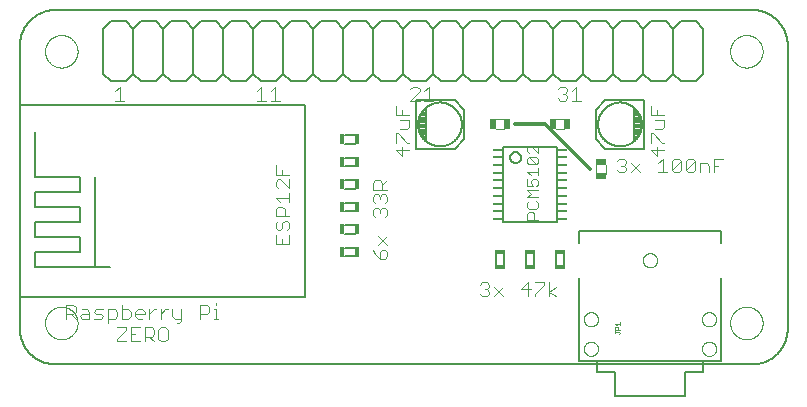
<source format=gto>
G75*
%MOIN*%
%OFA0B0*%
%FSLAX25Y25*%
%IPPOS*%
%LPD*%
%AMOC8*
5,1,8,0,0,1.08239X$1,22.5*
%
%ADD10C,0.01200*%
%ADD11C,0.00400*%
%ADD12C,0.00500*%
%ADD13C,0.00000*%
%ADD14C,0.00600*%
%ADD15R,0.03300X0.00800*%
%ADD16C,0.00800*%
%ADD17C,0.00100*%
%ADD18R,0.01600X0.03400*%
%ADD19R,0.01969X0.03740*%
%ADD20R,0.03740X0.01969*%
%ADD21R,0.03400X0.01600*%
D10*
X0170000Y0091991D02*
X0180000Y0091991D01*
X0195000Y0076991D01*
D11*
X0197049Y0075589D02*
X0197049Y0078392D01*
X0200400Y0078392D02*
X0200400Y0075589D01*
X0203950Y0076708D02*
X0204717Y0075941D01*
X0206252Y0075941D01*
X0207019Y0076708D01*
X0207019Y0077475D01*
X0206252Y0078243D01*
X0205485Y0078243D01*
X0206252Y0078243D02*
X0207019Y0079010D01*
X0207019Y0079777D01*
X0206252Y0080544D01*
X0204717Y0080544D01*
X0203950Y0079777D01*
X0208554Y0079010D02*
X0211623Y0075941D01*
X0208554Y0075941D02*
X0211623Y0079010D01*
X0215196Y0083577D02*
X0217498Y0081275D01*
X0217498Y0084344D01*
X0219033Y0085879D02*
X0219800Y0085879D01*
X0219033Y0085879D02*
X0215963Y0088948D01*
X0215196Y0088948D01*
X0215196Y0085879D01*
X0215196Y0083577D02*
X0219800Y0083577D01*
X0219296Y0080544D02*
X0219296Y0075941D01*
X0217762Y0075941D02*
X0220831Y0075941D01*
X0222366Y0076708D02*
X0225435Y0079777D01*
X0225435Y0076708D01*
X0224668Y0075941D01*
X0223133Y0075941D01*
X0222366Y0076708D01*
X0222366Y0079777D01*
X0223133Y0080544D01*
X0224668Y0080544D01*
X0225435Y0079777D01*
X0226970Y0079777D02*
X0227737Y0080544D01*
X0229272Y0080544D01*
X0230039Y0079777D01*
X0226970Y0076708D01*
X0227737Y0075941D01*
X0229272Y0075941D01*
X0230039Y0076708D01*
X0230039Y0079777D01*
X0231574Y0079010D02*
X0233876Y0079010D01*
X0234643Y0078243D01*
X0234643Y0075941D01*
X0236177Y0075941D02*
X0236177Y0080544D01*
X0239247Y0080544D01*
X0237712Y0078243D02*
X0236177Y0078243D01*
X0231574Y0079010D02*
X0231574Y0075941D01*
X0226970Y0076708D02*
X0226970Y0079777D01*
X0219296Y0080544D02*
X0217762Y0079010D01*
X0216731Y0090483D02*
X0219033Y0090483D01*
X0219800Y0091250D01*
X0219800Y0093552D01*
X0216731Y0093552D01*
X0217498Y0095087D02*
X0217498Y0096621D01*
X0215196Y0095087D02*
X0215196Y0098156D01*
X0215196Y0095087D02*
X0219800Y0095087D01*
X0192007Y0099907D02*
X0188938Y0099907D01*
X0190472Y0099907D02*
X0190472Y0104511D01*
X0188938Y0102976D01*
X0187403Y0102976D02*
X0186636Y0102209D01*
X0187403Y0101442D01*
X0187403Y0100674D01*
X0186636Y0099907D01*
X0185101Y0099907D01*
X0184334Y0100674D01*
X0185868Y0102209D02*
X0186636Y0102209D01*
X0187403Y0102976D02*
X0187403Y0103744D01*
X0186636Y0104511D01*
X0185101Y0104511D01*
X0184334Y0103744D01*
X0183598Y0093640D02*
X0186402Y0093640D01*
X0186402Y0090290D02*
X0183598Y0090290D01*
X0177659Y0084741D02*
X0177659Y0082339D01*
X0175257Y0084741D01*
X0174656Y0084741D01*
X0174056Y0084141D01*
X0174056Y0082940D01*
X0174656Y0082339D01*
X0174656Y0081058D02*
X0177059Y0078656D01*
X0177659Y0079257D01*
X0177659Y0080458D01*
X0177059Y0081058D01*
X0174656Y0081058D01*
X0174056Y0080458D01*
X0174056Y0079257D01*
X0174656Y0078656D01*
X0177059Y0078656D01*
X0177659Y0077375D02*
X0177659Y0074973D01*
X0177659Y0076174D02*
X0174056Y0076174D01*
X0175257Y0074973D01*
X0175858Y0073692D02*
X0177059Y0073692D01*
X0177659Y0073092D01*
X0177659Y0071890D01*
X0177059Y0071290D01*
X0175858Y0071290D02*
X0175257Y0072491D01*
X0175257Y0073092D01*
X0175858Y0073692D01*
X0174056Y0073692D02*
X0174056Y0071290D01*
X0175858Y0071290D01*
X0174056Y0070009D02*
X0177659Y0070009D01*
X0175257Y0068808D02*
X0174056Y0070009D01*
X0175257Y0068808D02*
X0174056Y0067607D01*
X0177659Y0067607D01*
X0177059Y0066326D02*
X0177659Y0065725D01*
X0177659Y0064524D01*
X0177059Y0063924D01*
X0174656Y0063924D01*
X0174056Y0064524D01*
X0174056Y0065725D01*
X0174656Y0066326D01*
X0174656Y0062643D02*
X0175858Y0062643D01*
X0176458Y0062042D01*
X0176458Y0060241D01*
X0177659Y0060241D02*
X0174056Y0060241D01*
X0174056Y0062042D01*
X0174656Y0062643D01*
X0134800Y0083577D02*
X0130196Y0083577D01*
X0132498Y0081275D01*
X0132498Y0084344D01*
X0134033Y0085879D02*
X0134800Y0085879D01*
X0134033Y0085879D02*
X0130963Y0088948D01*
X0130196Y0088948D01*
X0130196Y0085879D01*
X0131731Y0090483D02*
X0134033Y0090483D01*
X0134800Y0091250D01*
X0134800Y0093552D01*
X0131731Y0093552D01*
X0132498Y0095087D02*
X0132498Y0096621D01*
X0130196Y0095087D02*
X0130196Y0098156D01*
X0130196Y0095087D02*
X0134800Y0095087D01*
X0135121Y0099907D02*
X0138191Y0102976D01*
X0138191Y0103744D01*
X0137423Y0104511D01*
X0135889Y0104511D01*
X0135121Y0103744D01*
X0135121Y0099907D02*
X0138191Y0099907D01*
X0139725Y0099907D02*
X0142794Y0099907D01*
X0141260Y0099907D02*
X0141260Y0104511D01*
X0139725Y0102976D01*
X0163598Y0093691D02*
X0166402Y0093691D01*
X0166402Y0090341D02*
X0163598Y0090341D01*
X0127300Y0073279D02*
X0125765Y0071745D01*
X0125765Y0072512D02*
X0125765Y0070210D01*
X0125765Y0068676D02*
X0126533Y0068676D01*
X0127300Y0067908D01*
X0127300Y0066374D01*
X0126533Y0065606D01*
X0126533Y0064072D02*
X0125765Y0064072D01*
X0124998Y0063304D01*
X0124998Y0062537D01*
X0124998Y0063304D02*
X0124231Y0064072D01*
X0123463Y0064072D01*
X0122696Y0063304D01*
X0122696Y0061770D01*
X0123463Y0061002D01*
X0126533Y0061002D02*
X0127300Y0061770D01*
X0127300Y0063304D01*
X0126533Y0064072D01*
X0123463Y0065606D02*
X0122696Y0066374D01*
X0122696Y0067908D01*
X0123463Y0068676D01*
X0124231Y0068676D01*
X0124998Y0067908D01*
X0125765Y0068676D01*
X0124998Y0067908D02*
X0124998Y0067141D01*
X0122696Y0070210D02*
X0122696Y0072512D01*
X0123463Y0073279D01*
X0124998Y0073279D01*
X0125765Y0072512D01*
X0127300Y0070210D02*
X0122696Y0070210D01*
X0094800Y0070606D02*
X0091731Y0073676D01*
X0090963Y0073676D01*
X0090196Y0072908D01*
X0090196Y0071374D01*
X0090963Y0070606D01*
X0090196Y0067537D02*
X0094800Y0067537D01*
X0094800Y0066002D02*
X0094800Y0069072D01*
X0094800Y0070606D02*
X0094800Y0073676D01*
X0094800Y0075210D02*
X0090196Y0075210D01*
X0090196Y0078279D01*
X0092498Y0076745D02*
X0092498Y0075210D01*
X0090196Y0067537D02*
X0091731Y0066002D01*
X0090963Y0064468D02*
X0092498Y0064468D01*
X0093265Y0063700D01*
X0093265Y0061398D01*
X0093265Y0059864D02*
X0094033Y0059864D01*
X0094800Y0059096D01*
X0094800Y0057562D01*
X0094033Y0056794D01*
X0094800Y0055260D02*
X0094800Y0052191D01*
X0090196Y0052191D01*
X0090196Y0055260D01*
X0090963Y0056794D02*
X0091731Y0056794D01*
X0092498Y0057562D01*
X0092498Y0059096D01*
X0093265Y0059864D01*
X0094800Y0061398D02*
X0090196Y0061398D01*
X0090196Y0063700D01*
X0090963Y0064468D01*
X0090963Y0059864D02*
X0090196Y0059096D01*
X0090196Y0057562D01*
X0090963Y0056794D01*
X0092498Y0053725D02*
X0092498Y0052191D01*
X0122696Y0050260D02*
X0123463Y0048725D01*
X0124998Y0047191D01*
X0124998Y0049493D01*
X0125765Y0050260D01*
X0126533Y0050260D01*
X0127300Y0049493D01*
X0127300Y0047958D01*
X0126533Y0047191D01*
X0124998Y0047191D01*
X0124231Y0051794D02*
X0127300Y0054864D01*
X0124231Y0054864D02*
X0127300Y0051794D01*
X0158344Y0038527D02*
X0159111Y0039294D01*
X0160646Y0039294D01*
X0161413Y0038527D01*
X0161413Y0037760D01*
X0160646Y0036993D01*
X0161413Y0036225D01*
X0161413Y0035458D01*
X0160646Y0034691D01*
X0159111Y0034691D01*
X0158344Y0035458D01*
X0159878Y0036993D02*
X0160646Y0036993D01*
X0162948Y0037760D02*
X0166017Y0034691D01*
X0162948Y0034691D02*
X0166017Y0037760D01*
X0172155Y0036993D02*
X0175225Y0036993D01*
X0174457Y0039294D02*
X0172155Y0036993D01*
X0174457Y0039294D02*
X0174457Y0034691D01*
X0176759Y0034691D02*
X0176759Y0035458D01*
X0179829Y0038527D01*
X0179829Y0039294D01*
X0176759Y0039294D01*
X0181363Y0039294D02*
X0181363Y0034691D01*
X0181363Y0036225D02*
X0183665Y0037760D01*
X0181363Y0036225D02*
X0183665Y0034691D01*
X0071093Y0027220D02*
X0069558Y0027220D01*
X0070325Y0027220D02*
X0070325Y0030289D01*
X0069558Y0030289D01*
X0068023Y0029522D02*
X0067256Y0028755D01*
X0064954Y0028755D01*
X0064954Y0027220D02*
X0064954Y0031824D01*
X0067256Y0031824D01*
X0068023Y0031057D01*
X0068023Y0029522D01*
X0070325Y0031824D02*
X0070325Y0032591D01*
X0058816Y0030289D02*
X0058816Y0026453D01*
X0058048Y0025685D01*
X0057281Y0025685D01*
X0056514Y0027220D02*
X0058816Y0027220D01*
X0056514Y0027220D02*
X0055746Y0027987D01*
X0055746Y0030289D01*
X0054212Y0030289D02*
X0053444Y0030289D01*
X0051910Y0028755D01*
X0051910Y0030289D02*
X0051910Y0027220D01*
X0049608Y0030289D02*
X0048073Y0028755D01*
X0048073Y0030289D02*
X0048073Y0027220D01*
X0046539Y0028755D02*
X0043469Y0028755D01*
X0043469Y0029522D02*
X0043469Y0027987D01*
X0044237Y0027220D01*
X0045771Y0027220D01*
X0046539Y0028755D02*
X0046539Y0029522D01*
X0045771Y0030289D01*
X0044237Y0030289D01*
X0043469Y0029522D01*
X0041935Y0029522D02*
X0041935Y0027987D01*
X0041167Y0027220D01*
X0038865Y0027220D01*
X0038865Y0031824D01*
X0038865Y0030289D02*
X0041167Y0030289D01*
X0041935Y0029522D01*
X0037331Y0029522D02*
X0037331Y0027987D01*
X0036563Y0027220D01*
X0034261Y0027220D01*
X0034261Y0025685D02*
X0034261Y0030289D01*
X0036563Y0030289D01*
X0037331Y0029522D01*
X0032727Y0030289D02*
X0030425Y0030289D01*
X0029657Y0029522D01*
X0030425Y0028755D01*
X0031959Y0028755D01*
X0032727Y0027987D01*
X0031959Y0027220D01*
X0029657Y0027220D01*
X0028123Y0027220D02*
X0025821Y0027220D01*
X0025054Y0027987D01*
X0025821Y0028755D01*
X0028123Y0028755D01*
X0028123Y0029522D02*
X0028123Y0027220D01*
X0028123Y0029522D02*
X0027355Y0030289D01*
X0025821Y0030289D01*
X0023519Y0029522D02*
X0022752Y0028755D01*
X0020450Y0028755D01*
X0021984Y0028755D02*
X0023519Y0027220D01*
X0020450Y0027220D02*
X0020450Y0031824D01*
X0022752Y0031824D01*
X0023519Y0031057D01*
X0023519Y0029522D01*
X0037331Y0024324D02*
X0040400Y0024324D01*
X0040400Y0023557D01*
X0037331Y0020487D01*
X0037331Y0019720D01*
X0040400Y0019720D01*
X0041935Y0019720D02*
X0045004Y0019720D01*
X0046539Y0019720D02*
X0046539Y0024324D01*
X0048841Y0024324D01*
X0049608Y0023557D01*
X0049608Y0022022D01*
X0048841Y0021255D01*
X0046539Y0021255D01*
X0048073Y0021255D02*
X0049608Y0019720D01*
X0051142Y0020487D02*
X0051910Y0019720D01*
X0053444Y0019720D01*
X0054212Y0020487D01*
X0054212Y0023557D01*
X0053444Y0024324D01*
X0051910Y0024324D01*
X0051142Y0023557D01*
X0051142Y0020487D01*
X0045004Y0024324D02*
X0041935Y0024324D01*
X0041935Y0019720D01*
X0041935Y0022022D02*
X0043469Y0022022D01*
X0049608Y0030289D02*
X0050375Y0030289D01*
X0039765Y0099907D02*
X0036696Y0099907D01*
X0038231Y0099907D02*
X0038231Y0104511D01*
X0036696Y0102976D01*
X0083940Y0102976D02*
X0085475Y0104511D01*
X0085475Y0099907D01*
X0087009Y0099907D02*
X0083940Y0099907D01*
X0088544Y0099907D02*
X0091613Y0099907D01*
X0090079Y0099907D02*
X0090079Y0104511D01*
X0088544Y0102976D01*
D12*
X0016811Y0011991D02*
X0249094Y0011991D01*
X0249379Y0011994D01*
X0249665Y0012005D01*
X0249950Y0012022D01*
X0250234Y0012046D01*
X0250518Y0012077D01*
X0250801Y0012115D01*
X0251082Y0012160D01*
X0251363Y0012211D01*
X0251643Y0012269D01*
X0251921Y0012334D01*
X0252197Y0012406D01*
X0252471Y0012484D01*
X0252744Y0012569D01*
X0253014Y0012661D01*
X0253282Y0012759D01*
X0253548Y0012863D01*
X0253811Y0012974D01*
X0254071Y0013091D01*
X0254329Y0013214D01*
X0254583Y0013344D01*
X0254834Y0013480D01*
X0255082Y0013621D01*
X0255326Y0013769D01*
X0255567Y0013922D01*
X0255803Y0014082D01*
X0256036Y0014247D01*
X0256265Y0014417D01*
X0256490Y0014593D01*
X0256710Y0014775D01*
X0256926Y0014961D01*
X0257137Y0015153D01*
X0257344Y0015350D01*
X0257546Y0015552D01*
X0257743Y0015759D01*
X0257935Y0015970D01*
X0258121Y0016186D01*
X0258303Y0016406D01*
X0258479Y0016631D01*
X0258649Y0016860D01*
X0258814Y0017093D01*
X0258974Y0017329D01*
X0259127Y0017570D01*
X0259275Y0017814D01*
X0259416Y0018062D01*
X0259552Y0018313D01*
X0259682Y0018567D01*
X0259805Y0018825D01*
X0259922Y0019085D01*
X0260033Y0019348D01*
X0260137Y0019614D01*
X0260235Y0019882D01*
X0260327Y0020152D01*
X0260412Y0020425D01*
X0260490Y0020699D01*
X0260562Y0020975D01*
X0260627Y0021253D01*
X0260685Y0021533D01*
X0260736Y0021814D01*
X0260781Y0022095D01*
X0260819Y0022378D01*
X0260850Y0022662D01*
X0260874Y0022946D01*
X0260891Y0023231D01*
X0260902Y0023517D01*
X0260905Y0023802D01*
X0260906Y0023802D02*
X0260906Y0118290D01*
X0260905Y0118290D02*
X0260902Y0118575D01*
X0260891Y0118861D01*
X0260874Y0119146D01*
X0260850Y0119430D01*
X0260819Y0119714D01*
X0260781Y0119997D01*
X0260736Y0120278D01*
X0260685Y0120559D01*
X0260627Y0120839D01*
X0260562Y0121117D01*
X0260490Y0121393D01*
X0260412Y0121667D01*
X0260327Y0121940D01*
X0260235Y0122210D01*
X0260137Y0122478D01*
X0260033Y0122744D01*
X0259922Y0123007D01*
X0259805Y0123267D01*
X0259682Y0123525D01*
X0259552Y0123779D01*
X0259416Y0124030D01*
X0259275Y0124278D01*
X0259127Y0124522D01*
X0258974Y0124763D01*
X0258814Y0124999D01*
X0258649Y0125232D01*
X0258479Y0125461D01*
X0258303Y0125686D01*
X0258121Y0125906D01*
X0257935Y0126122D01*
X0257743Y0126333D01*
X0257546Y0126540D01*
X0257344Y0126742D01*
X0257137Y0126939D01*
X0256926Y0127131D01*
X0256710Y0127317D01*
X0256490Y0127499D01*
X0256265Y0127675D01*
X0256036Y0127845D01*
X0255803Y0128010D01*
X0255567Y0128170D01*
X0255326Y0128323D01*
X0255082Y0128471D01*
X0254834Y0128612D01*
X0254583Y0128748D01*
X0254329Y0128878D01*
X0254071Y0129001D01*
X0253811Y0129118D01*
X0253548Y0129229D01*
X0253282Y0129333D01*
X0253014Y0129431D01*
X0252744Y0129523D01*
X0252471Y0129608D01*
X0252197Y0129686D01*
X0251921Y0129758D01*
X0251643Y0129823D01*
X0251363Y0129881D01*
X0251082Y0129932D01*
X0250801Y0129977D01*
X0250518Y0130015D01*
X0250234Y0130046D01*
X0249950Y0130070D01*
X0249665Y0130087D01*
X0249379Y0130098D01*
X0249094Y0130101D01*
X0016811Y0130101D01*
X0016526Y0130098D01*
X0016240Y0130087D01*
X0015955Y0130070D01*
X0015671Y0130046D01*
X0015387Y0130015D01*
X0015104Y0129977D01*
X0014823Y0129932D01*
X0014542Y0129881D01*
X0014262Y0129823D01*
X0013984Y0129758D01*
X0013708Y0129686D01*
X0013434Y0129608D01*
X0013161Y0129523D01*
X0012891Y0129431D01*
X0012623Y0129333D01*
X0012357Y0129229D01*
X0012094Y0129118D01*
X0011834Y0129001D01*
X0011576Y0128878D01*
X0011322Y0128748D01*
X0011071Y0128612D01*
X0010823Y0128471D01*
X0010579Y0128323D01*
X0010338Y0128170D01*
X0010102Y0128010D01*
X0009869Y0127845D01*
X0009640Y0127675D01*
X0009415Y0127499D01*
X0009195Y0127317D01*
X0008979Y0127131D01*
X0008768Y0126939D01*
X0008561Y0126742D01*
X0008359Y0126540D01*
X0008162Y0126333D01*
X0007970Y0126122D01*
X0007784Y0125906D01*
X0007602Y0125686D01*
X0007426Y0125461D01*
X0007256Y0125232D01*
X0007091Y0124999D01*
X0006931Y0124763D01*
X0006778Y0124522D01*
X0006630Y0124278D01*
X0006489Y0124030D01*
X0006353Y0123779D01*
X0006223Y0123525D01*
X0006100Y0123267D01*
X0005983Y0123007D01*
X0005872Y0122744D01*
X0005768Y0122478D01*
X0005670Y0122210D01*
X0005578Y0121940D01*
X0005493Y0121667D01*
X0005415Y0121393D01*
X0005343Y0121117D01*
X0005278Y0120839D01*
X0005220Y0120559D01*
X0005169Y0120278D01*
X0005124Y0119997D01*
X0005086Y0119714D01*
X0005055Y0119430D01*
X0005031Y0119146D01*
X0005014Y0118861D01*
X0005003Y0118575D01*
X0005000Y0118290D01*
X0005000Y0023802D01*
X0005003Y0023517D01*
X0005014Y0023231D01*
X0005031Y0022946D01*
X0005055Y0022662D01*
X0005086Y0022378D01*
X0005124Y0022095D01*
X0005169Y0021814D01*
X0005220Y0021533D01*
X0005278Y0021253D01*
X0005343Y0020975D01*
X0005415Y0020699D01*
X0005493Y0020425D01*
X0005578Y0020152D01*
X0005670Y0019882D01*
X0005768Y0019614D01*
X0005872Y0019348D01*
X0005983Y0019085D01*
X0006100Y0018825D01*
X0006223Y0018567D01*
X0006353Y0018313D01*
X0006489Y0018062D01*
X0006630Y0017814D01*
X0006778Y0017570D01*
X0006931Y0017329D01*
X0007091Y0017093D01*
X0007256Y0016860D01*
X0007426Y0016631D01*
X0007602Y0016406D01*
X0007784Y0016186D01*
X0007970Y0015970D01*
X0008162Y0015759D01*
X0008359Y0015552D01*
X0008561Y0015350D01*
X0008768Y0015153D01*
X0008979Y0014961D01*
X0009195Y0014775D01*
X0009415Y0014593D01*
X0009640Y0014417D01*
X0009869Y0014247D01*
X0010102Y0014082D01*
X0010338Y0013922D01*
X0010579Y0013769D01*
X0010823Y0013621D01*
X0011071Y0013480D01*
X0011322Y0013344D01*
X0011576Y0013214D01*
X0011834Y0013091D01*
X0012094Y0012974D01*
X0012357Y0012863D01*
X0012623Y0012759D01*
X0012891Y0012661D01*
X0013161Y0012569D01*
X0013434Y0012484D01*
X0013708Y0012406D01*
X0013984Y0012334D01*
X0014262Y0012269D01*
X0014542Y0012211D01*
X0014823Y0012160D01*
X0015104Y0012115D01*
X0015387Y0012077D01*
X0015671Y0012046D01*
X0015955Y0012022D01*
X0016240Y0012005D01*
X0016526Y0011994D01*
X0016811Y0011991D01*
X0005118Y0034491D02*
X0100000Y0034491D01*
X0100000Y0098270D01*
X0005118Y0098270D01*
X0005118Y0034491D01*
X0010000Y0044491D02*
X0010000Y0049491D01*
X0025000Y0049491D01*
X0025000Y0054491D01*
X0010000Y0054491D01*
X0010000Y0059491D01*
X0025000Y0059491D01*
X0025000Y0064491D01*
X0010000Y0064491D01*
X0010000Y0069491D01*
X0025000Y0069491D01*
X0025000Y0074491D01*
X0010000Y0074491D01*
X0010000Y0089491D01*
X0030000Y0074491D02*
X0030000Y0044491D01*
X0010000Y0044491D01*
X0030000Y0044491D02*
X0035000Y0044491D01*
D13*
X0013367Y0025770D02*
X0013369Y0025917D01*
X0013375Y0026063D01*
X0013385Y0026209D01*
X0013399Y0026355D01*
X0013417Y0026501D01*
X0013438Y0026646D01*
X0013464Y0026790D01*
X0013494Y0026934D01*
X0013527Y0027076D01*
X0013564Y0027218D01*
X0013605Y0027359D01*
X0013650Y0027498D01*
X0013699Y0027637D01*
X0013751Y0027774D01*
X0013808Y0027909D01*
X0013867Y0028043D01*
X0013931Y0028175D01*
X0013998Y0028305D01*
X0014068Y0028434D01*
X0014142Y0028561D01*
X0014219Y0028685D01*
X0014300Y0028808D01*
X0014384Y0028928D01*
X0014471Y0029046D01*
X0014561Y0029161D01*
X0014654Y0029274D01*
X0014751Y0029385D01*
X0014850Y0029493D01*
X0014952Y0029598D01*
X0015057Y0029700D01*
X0015165Y0029799D01*
X0015276Y0029896D01*
X0015389Y0029989D01*
X0015504Y0030079D01*
X0015622Y0030166D01*
X0015742Y0030250D01*
X0015865Y0030331D01*
X0015989Y0030408D01*
X0016116Y0030482D01*
X0016245Y0030552D01*
X0016375Y0030619D01*
X0016507Y0030683D01*
X0016641Y0030742D01*
X0016776Y0030799D01*
X0016913Y0030851D01*
X0017052Y0030900D01*
X0017191Y0030945D01*
X0017332Y0030986D01*
X0017474Y0031023D01*
X0017616Y0031056D01*
X0017760Y0031086D01*
X0017904Y0031112D01*
X0018049Y0031133D01*
X0018195Y0031151D01*
X0018341Y0031165D01*
X0018487Y0031175D01*
X0018633Y0031181D01*
X0018780Y0031183D01*
X0018927Y0031181D01*
X0019073Y0031175D01*
X0019219Y0031165D01*
X0019365Y0031151D01*
X0019511Y0031133D01*
X0019656Y0031112D01*
X0019800Y0031086D01*
X0019944Y0031056D01*
X0020086Y0031023D01*
X0020228Y0030986D01*
X0020369Y0030945D01*
X0020508Y0030900D01*
X0020647Y0030851D01*
X0020784Y0030799D01*
X0020919Y0030742D01*
X0021053Y0030683D01*
X0021185Y0030619D01*
X0021315Y0030552D01*
X0021444Y0030482D01*
X0021571Y0030408D01*
X0021695Y0030331D01*
X0021818Y0030250D01*
X0021938Y0030166D01*
X0022056Y0030079D01*
X0022171Y0029989D01*
X0022284Y0029896D01*
X0022395Y0029799D01*
X0022503Y0029700D01*
X0022608Y0029598D01*
X0022710Y0029493D01*
X0022809Y0029385D01*
X0022906Y0029274D01*
X0022999Y0029161D01*
X0023089Y0029046D01*
X0023176Y0028928D01*
X0023260Y0028808D01*
X0023341Y0028685D01*
X0023418Y0028561D01*
X0023492Y0028434D01*
X0023562Y0028305D01*
X0023629Y0028175D01*
X0023693Y0028043D01*
X0023752Y0027909D01*
X0023809Y0027774D01*
X0023861Y0027637D01*
X0023910Y0027498D01*
X0023955Y0027359D01*
X0023996Y0027218D01*
X0024033Y0027076D01*
X0024066Y0026934D01*
X0024096Y0026790D01*
X0024122Y0026646D01*
X0024143Y0026501D01*
X0024161Y0026355D01*
X0024175Y0026209D01*
X0024185Y0026063D01*
X0024191Y0025917D01*
X0024193Y0025770D01*
X0024191Y0025623D01*
X0024185Y0025477D01*
X0024175Y0025331D01*
X0024161Y0025185D01*
X0024143Y0025039D01*
X0024122Y0024894D01*
X0024096Y0024750D01*
X0024066Y0024606D01*
X0024033Y0024464D01*
X0023996Y0024322D01*
X0023955Y0024181D01*
X0023910Y0024042D01*
X0023861Y0023903D01*
X0023809Y0023766D01*
X0023752Y0023631D01*
X0023693Y0023497D01*
X0023629Y0023365D01*
X0023562Y0023235D01*
X0023492Y0023106D01*
X0023418Y0022979D01*
X0023341Y0022855D01*
X0023260Y0022732D01*
X0023176Y0022612D01*
X0023089Y0022494D01*
X0022999Y0022379D01*
X0022906Y0022266D01*
X0022809Y0022155D01*
X0022710Y0022047D01*
X0022608Y0021942D01*
X0022503Y0021840D01*
X0022395Y0021741D01*
X0022284Y0021644D01*
X0022171Y0021551D01*
X0022056Y0021461D01*
X0021938Y0021374D01*
X0021818Y0021290D01*
X0021695Y0021209D01*
X0021571Y0021132D01*
X0021444Y0021058D01*
X0021315Y0020988D01*
X0021185Y0020921D01*
X0021053Y0020857D01*
X0020919Y0020798D01*
X0020784Y0020741D01*
X0020647Y0020689D01*
X0020508Y0020640D01*
X0020369Y0020595D01*
X0020228Y0020554D01*
X0020086Y0020517D01*
X0019944Y0020484D01*
X0019800Y0020454D01*
X0019656Y0020428D01*
X0019511Y0020407D01*
X0019365Y0020389D01*
X0019219Y0020375D01*
X0019073Y0020365D01*
X0018927Y0020359D01*
X0018780Y0020357D01*
X0018633Y0020359D01*
X0018487Y0020365D01*
X0018341Y0020375D01*
X0018195Y0020389D01*
X0018049Y0020407D01*
X0017904Y0020428D01*
X0017760Y0020454D01*
X0017616Y0020484D01*
X0017474Y0020517D01*
X0017332Y0020554D01*
X0017191Y0020595D01*
X0017052Y0020640D01*
X0016913Y0020689D01*
X0016776Y0020741D01*
X0016641Y0020798D01*
X0016507Y0020857D01*
X0016375Y0020921D01*
X0016245Y0020988D01*
X0016116Y0021058D01*
X0015989Y0021132D01*
X0015865Y0021209D01*
X0015742Y0021290D01*
X0015622Y0021374D01*
X0015504Y0021461D01*
X0015389Y0021551D01*
X0015276Y0021644D01*
X0015165Y0021741D01*
X0015057Y0021840D01*
X0014952Y0021942D01*
X0014850Y0022047D01*
X0014751Y0022155D01*
X0014654Y0022266D01*
X0014561Y0022379D01*
X0014471Y0022494D01*
X0014384Y0022612D01*
X0014300Y0022732D01*
X0014219Y0022855D01*
X0014142Y0022979D01*
X0014068Y0023106D01*
X0013998Y0023235D01*
X0013931Y0023365D01*
X0013867Y0023497D01*
X0013808Y0023631D01*
X0013751Y0023766D01*
X0013699Y0023903D01*
X0013650Y0024042D01*
X0013605Y0024181D01*
X0013564Y0024322D01*
X0013527Y0024464D01*
X0013494Y0024606D01*
X0013464Y0024750D01*
X0013438Y0024894D01*
X0013417Y0025039D01*
X0013399Y0025185D01*
X0013385Y0025331D01*
X0013375Y0025477D01*
X0013369Y0025623D01*
X0013367Y0025770D01*
X0013367Y0116321D02*
X0013369Y0116468D01*
X0013375Y0116614D01*
X0013385Y0116760D01*
X0013399Y0116906D01*
X0013417Y0117052D01*
X0013438Y0117197D01*
X0013464Y0117341D01*
X0013494Y0117485D01*
X0013527Y0117627D01*
X0013564Y0117769D01*
X0013605Y0117910D01*
X0013650Y0118049D01*
X0013699Y0118188D01*
X0013751Y0118325D01*
X0013808Y0118460D01*
X0013867Y0118594D01*
X0013931Y0118726D01*
X0013998Y0118856D01*
X0014068Y0118985D01*
X0014142Y0119112D01*
X0014219Y0119236D01*
X0014300Y0119359D01*
X0014384Y0119479D01*
X0014471Y0119597D01*
X0014561Y0119712D01*
X0014654Y0119825D01*
X0014751Y0119936D01*
X0014850Y0120044D01*
X0014952Y0120149D01*
X0015057Y0120251D01*
X0015165Y0120350D01*
X0015276Y0120447D01*
X0015389Y0120540D01*
X0015504Y0120630D01*
X0015622Y0120717D01*
X0015742Y0120801D01*
X0015865Y0120882D01*
X0015989Y0120959D01*
X0016116Y0121033D01*
X0016245Y0121103D01*
X0016375Y0121170D01*
X0016507Y0121234D01*
X0016641Y0121293D01*
X0016776Y0121350D01*
X0016913Y0121402D01*
X0017052Y0121451D01*
X0017191Y0121496D01*
X0017332Y0121537D01*
X0017474Y0121574D01*
X0017616Y0121607D01*
X0017760Y0121637D01*
X0017904Y0121663D01*
X0018049Y0121684D01*
X0018195Y0121702D01*
X0018341Y0121716D01*
X0018487Y0121726D01*
X0018633Y0121732D01*
X0018780Y0121734D01*
X0018927Y0121732D01*
X0019073Y0121726D01*
X0019219Y0121716D01*
X0019365Y0121702D01*
X0019511Y0121684D01*
X0019656Y0121663D01*
X0019800Y0121637D01*
X0019944Y0121607D01*
X0020086Y0121574D01*
X0020228Y0121537D01*
X0020369Y0121496D01*
X0020508Y0121451D01*
X0020647Y0121402D01*
X0020784Y0121350D01*
X0020919Y0121293D01*
X0021053Y0121234D01*
X0021185Y0121170D01*
X0021315Y0121103D01*
X0021444Y0121033D01*
X0021571Y0120959D01*
X0021695Y0120882D01*
X0021818Y0120801D01*
X0021938Y0120717D01*
X0022056Y0120630D01*
X0022171Y0120540D01*
X0022284Y0120447D01*
X0022395Y0120350D01*
X0022503Y0120251D01*
X0022608Y0120149D01*
X0022710Y0120044D01*
X0022809Y0119936D01*
X0022906Y0119825D01*
X0022999Y0119712D01*
X0023089Y0119597D01*
X0023176Y0119479D01*
X0023260Y0119359D01*
X0023341Y0119236D01*
X0023418Y0119112D01*
X0023492Y0118985D01*
X0023562Y0118856D01*
X0023629Y0118726D01*
X0023693Y0118594D01*
X0023752Y0118460D01*
X0023809Y0118325D01*
X0023861Y0118188D01*
X0023910Y0118049D01*
X0023955Y0117910D01*
X0023996Y0117769D01*
X0024033Y0117627D01*
X0024066Y0117485D01*
X0024096Y0117341D01*
X0024122Y0117197D01*
X0024143Y0117052D01*
X0024161Y0116906D01*
X0024175Y0116760D01*
X0024185Y0116614D01*
X0024191Y0116468D01*
X0024193Y0116321D01*
X0024191Y0116174D01*
X0024185Y0116028D01*
X0024175Y0115882D01*
X0024161Y0115736D01*
X0024143Y0115590D01*
X0024122Y0115445D01*
X0024096Y0115301D01*
X0024066Y0115157D01*
X0024033Y0115015D01*
X0023996Y0114873D01*
X0023955Y0114732D01*
X0023910Y0114593D01*
X0023861Y0114454D01*
X0023809Y0114317D01*
X0023752Y0114182D01*
X0023693Y0114048D01*
X0023629Y0113916D01*
X0023562Y0113786D01*
X0023492Y0113657D01*
X0023418Y0113530D01*
X0023341Y0113406D01*
X0023260Y0113283D01*
X0023176Y0113163D01*
X0023089Y0113045D01*
X0022999Y0112930D01*
X0022906Y0112817D01*
X0022809Y0112706D01*
X0022710Y0112598D01*
X0022608Y0112493D01*
X0022503Y0112391D01*
X0022395Y0112292D01*
X0022284Y0112195D01*
X0022171Y0112102D01*
X0022056Y0112012D01*
X0021938Y0111925D01*
X0021818Y0111841D01*
X0021695Y0111760D01*
X0021571Y0111683D01*
X0021444Y0111609D01*
X0021315Y0111539D01*
X0021185Y0111472D01*
X0021053Y0111408D01*
X0020919Y0111349D01*
X0020784Y0111292D01*
X0020647Y0111240D01*
X0020508Y0111191D01*
X0020369Y0111146D01*
X0020228Y0111105D01*
X0020086Y0111068D01*
X0019944Y0111035D01*
X0019800Y0111005D01*
X0019656Y0110979D01*
X0019511Y0110958D01*
X0019365Y0110940D01*
X0019219Y0110926D01*
X0019073Y0110916D01*
X0018927Y0110910D01*
X0018780Y0110908D01*
X0018633Y0110910D01*
X0018487Y0110916D01*
X0018341Y0110926D01*
X0018195Y0110940D01*
X0018049Y0110958D01*
X0017904Y0110979D01*
X0017760Y0111005D01*
X0017616Y0111035D01*
X0017474Y0111068D01*
X0017332Y0111105D01*
X0017191Y0111146D01*
X0017052Y0111191D01*
X0016913Y0111240D01*
X0016776Y0111292D01*
X0016641Y0111349D01*
X0016507Y0111408D01*
X0016375Y0111472D01*
X0016245Y0111539D01*
X0016116Y0111609D01*
X0015989Y0111683D01*
X0015865Y0111760D01*
X0015742Y0111841D01*
X0015622Y0111925D01*
X0015504Y0112012D01*
X0015389Y0112102D01*
X0015276Y0112195D01*
X0015165Y0112292D01*
X0015057Y0112391D01*
X0014952Y0112493D01*
X0014850Y0112598D01*
X0014751Y0112706D01*
X0014654Y0112817D01*
X0014561Y0112930D01*
X0014471Y0113045D01*
X0014384Y0113163D01*
X0014300Y0113283D01*
X0014219Y0113406D01*
X0014142Y0113530D01*
X0014068Y0113657D01*
X0013998Y0113786D01*
X0013931Y0113916D01*
X0013867Y0114048D01*
X0013808Y0114182D01*
X0013751Y0114317D01*
X0013699Y0114454D01*
X0013650Y0114593D01*
X0013605Y0114732D01*
X0013564Y0114873D01*
X0013527Y0115015D01*
X0013494Y0115157D01*
X0013464Y0115301D01*
X0013438Y0115445D01*
X0013417Y0115590D01*
X0013399Y0115736D01*
X0013385Y0115882D01*
X0013375Y0116028D01*
X0013369Y0116174D01*
X0013367Y0116321D01*
X0192953Y0026991D02*
X0192955Y0027088D01*
X0192961Y0027185D01*
X0192971Y0027281D01*
X0192985Y0027377D01*
X0193003Y0027473D01*
X0193024Y0027567D01*
X0193050Y0027661D01*
X0193079Y0027753D01*
X0193113Y0027844D01*
X0193149Y0027934D01*
X0193190Y0028022D01*
X0193234Y0028108D01*
X0193282Y0028193D01*
X0193333Y0028275D01*
X0193387Y0028356D01*
X0193445Y0028434D01*
X0193506Y0028509D01*
X0193569Y0028582D01*
X0193636Y0028653D01*
X0193706Y0028720D01*
X0193778Y0028785D01*
X0193853Y0028846D01*
X0193931Y0028905D01*
X0194010Y0028960D01*
X0194092Y0029012D01*
X0194176Y0029060D01*
X0194262Y0029105D01*
X0194350Y0029147D01*
X0194439Y0029185D01*
X0194530Y0029219D01*
X0194622Y0029249D01*
X0194715Y0029276D01*
X0194810Y0029298D01*
X0194905Y0029317D01*
X0195001Y0029332D01*
X0195097Y0029343D01*
X0195194Y0029350D01*
X0195291Y0029353D01*
X0195388Y0029352D01*
X0195485Y0029347D01*
X0195581Y0029338D01*
X0195677Y0029325D01*
X0195773Y0029308D01*
X0195868Y0029287D01*
X0195961Y0029263D01*
X0196054Y0029234D01*
X0196146Y0029202D01*
X0196236Y0029166D01*
X0196324Y0029127D01*
X0196411Y0029083D01*
X0196496Y0029037D01*
X0196579Y0028986D01*
X0196660Y0028933D01*
X0196738Y0028876D01*
X0196815Y0028816D01*
X0196888Y0028753D01*
X0196959Y0028687D01*
X0197027Y0028618D01*
X0197093Y0028546D01*
X0197155Y0028472D01*
X0197214Y0028395D01*
X0197270Y0028316D01*
X0197323Y0028234D01*
X0197373Y0028151D01*
X0197418Y0028065D01*
X0197461Y0027978D01*
X0197500Y0027889D01*
X0197535Y0027799D01*
X0197566Y0027707D01*
X0197593Y0027614D01*
X0197617Y0027520D01*
X0197637Y0027425D01*
X0197653Y0027329D01*
X0197665Y0027233D01*
X0197673Y0027136D01*
X0197677Y0027039D01*
X0197677Y0026943D01*
X0197673Y0026846D01*
X0197665Y0026749D01*
X0197653Y0026653D01*
X0197637Y0026557D01*
X0197617Y0026462D01*
X0197593Y0026368D01*
X0197566Y0026275D01*
X0197535Y0026183D01*
X0197500Y0026093D01*
X0197461Y0026004D01*
X0197418Y0025917D01*
X0197373Y0025831D01*
X0197323Y0025748D01*
X0197270Y0025666D01*
X0197214Y0025587D01*
X0197155Y0025510D01*
X0197093Y0025436D01*
X0197027Y0025364D01*
X0196959Y0025295D01*
X0196888Y0025229D01*
X0196815Y0025166D01*
X0196738Y0025106D01*
X0196660Y0025049D01*
X0196579Y0024996D01*
X0196496Y0024945D01*
X0196411Y0024899D01*
X0196324Y0024855D01*
X0196236Y0024816D01*
X0196146Y0024780D01*
X0196054Y0024748D01*
X0195961Y0024719D01*
X0195868Y0024695D01*
X0195773Y0024674D01*
X0195677Y0024657D01*
X0195581Y0024644D01*
X0195485Y0024635D01*
X0195388Y0024630D01*
X0195291Y0024629D01*
X0195194Y0024632D01*
X0195097Y0024639D01*
X0195001Y0024650D01*
X0194905Y0024665D01*
X0194810Y0024684D01*
X0194715Y0024706D01*
X0194622Y0024733D01*
X0194530Y0024763D01*
X0194439Y0024797D01*
X0194350Y0024835D01*
X0194262Y0024877D01*
X0194176Y0024922D01*
X0194092Y0024970D01*
X0194010Y0025022D01*
X0193931Y0025077D01*
X0193853Y0025136D01*
X0193778Y0025197D01*
X0193706Y0025262D01*
X0193636Y0025329D01*
X0193569Y0025400D01*
X0193506Y0025473D01*
X0193445Y0025548D01*
X0193387Y0025626D01*
X0193333Y0025707D01*
X0193282Y0025789D01*
X0193234Y0025874D01*
X0193190Y0025960D01*
X0193149Y0026048D01*
X0193113Y0026138D01*
X0193079Y0026229D01*
X0193050Y0026321D01*
X0193024Y0026415D01*
X0193003Y0026509D01*
X0192985Y0026605D01*
X0192971Y0026701D01*
X0192961Y0026797D01*
X0192955Y0026894D01*
X0192953Y0026991D01*
X0192953Y0017148D02*
X0192955Y0017245D01*
X0192961Y0017342D01*
X0192971Y0017438D01*
X0192985Y0017534D01*
X0193003Y0017630D01*
X0193024Y0017724D01*
X0193050Y0017818D01*
X0193079Y0017910D01*
X0193113Y0018001D01*
X0193149Y0018091D01*
X0193190Y0018179D01*
X0193234Y0018265D01*
X0193282Y0018350D01*
X0193333Y0018432D01*
X0193387Y0018513D01*
X0193445Y0018591D01*
X0193506Y0018666D01*
X0193569Y0018739D01*
X0193636Y0018810D01*
X0193706Y0018877D01*
X0193778Y0018942D01*
X0193853Y0019003D01*
X0193931Y0019062D01*
X0194010Y0019117D01*
X0194092Y0019169D01*
X0194176Y0019217D01*
X0194262Y0019262D01*
X0194350Y0019304D01*
X0194439Y0019342D01*
X0194530Y0019376D01*
X0194622Y0019406D01*
X0194715Y0019433D01*
X0194810Y0019455D01*
X0194905Y0019474D01*
X0195001Y0019489D01*
X0195097Y0019500D01*
X0195194Y0019507D01*
X0195291Y0019510D01*
X0195388Y0019509D01*
X0195485Y0019504D01*
X0195581Y0019495D01*
X0195677Y0019482D01*
X0195773Y0019465D01*
X0195868Y0019444D01*
X0195961Y0019420D01*
X0196054Y0019391D01*
X0196146Y0019359D01*
X0196236Y0019323D01*
X0196324Y0019284D01*
X0196411Y0019240D01*
X0196496Y0019194D01*
X0196579Y0019143D01*
X0196660Y0019090D01*
X0196738Y0019033D01*
X0196815Y0018973D01*
X0196888Y0018910D01*
X0196959Y0018844D01*
X0197027Y0018775D01*
X0197093Y0018703D01*
X0197155Y0018629D01*
X0197214Y0018552D01*
X0197270Y0018473D01*
X0197323Y0018391D01*
X0197373Y0018308D01*
X0197418Y0018222D01*
X0197461Y0018135D01*
X0197500Y0018046D01*
X0197535Y0017956D01*
X0197566Y0017864D01*
X0197593Y0017771D01*
X0197617Y0017677D01*
X0197637Y0017582D01*
X0197653Y0017486D01*
X0197665Y0017390D01*
X0197673Y0017293D01*
X0197677Y0017196D01*
X0197677Y0017100D01*
X0197673Y0017003D01*
X0197665Y0016906D01*
X0197653Y0016810D01*
X0197637Y0016714D01*
X0197617Y0016619D01*
X0197593Y0016525D01*
X0197566Y0016432D01*
X0197535Y0016340D01*
X0197500Y0016250D01*
X0197461Y0016161D01*
X0197418Y0016074D01*
X0197373Y0015988D01*
X0197323Y0015905D01*
X0197270Y0015823D01*
X0197214Y0015744D01*
X0197155Y0015667D01*
X0197093Y0015593D01*
X0197027Y0015521D01*
X0196959Y0015452D01*
X0196888Y0015386D01*
X0196815Y0015323D01*
X0196738Y0015263D01*
X0196660Y0015206D01*
X0196579Y0015153D01*
X0196496Y0015102D01*
X0196411Y0015056D01*
X0196324Y0015012D01*
X0196236Y0014973D01*
X0196146Y0014937D01*
X0196054Y0014905D01*
X0195961Y0014876D01*
X0195868Y0014852D01*
X0195773Y0014831D01*
X0195677Y0014814D01*
X0195581Y0014801D01*
X0195485Y0014792D01*
X0195388Y0014787D01*
X0195291Y0014786D01*
X0195194Y0014789D01*
X0195097Y0014796D01*
X0195001Y0014807D01*
X0194905Y0014822D01*
X0194810Y0014841D01*
X0194715Y0014863D01*
X0194622Y0014890D01*
X0194530Y0014920D01*
X0194439Y0014954D01*
X0194350Y0014992D01*
X0194262Y0015034D01*
X0194176Y0015079D01*
X0194092Y0015127D01*
X0194010Y0015179D01*
X0193931Y0015234D01*
X0193853Y0015293D01*
X0193778Y0015354D01*
X0193706Y0015419D01*
X0193636Y0015486D01*
X0193569Y0015557D01*
X0193506Y0015630D01*
X0193445Y0015705D01*
X0193387Y0015783D01*
X0193333Y0015864D01*
X0193282Y0015946D01*
X0193234Y0016031D01*
X0193190Y0016117D01*
X0193149Y0016205D01*
X0193113Y0016295D01*
X0193079Y0016386D01*
X0193050Y0016478D01*
X0193024Y0016572D01*
X0193003Y0016666D01*
X0192985Y0016762D01*
X0192971Y0016858D01*
X0192961Y0016954D01*
X0192955Y0017051D01*
X0192953Y0017148D01*
X0232323Y0017148D02*
X0232325Y0017245D01*
X0232331Y0017342D01*
X0232341Y0017438D01*
X0232355Y0017534D01*
X0232373Y0017630D01*
X0232394Y0017724D01*
X0232420Y0017818D01*
X0232449Y0017910D01*
X0232483Y0018001D01*
X0232519Y0018091D01*
X0232560Y0018179D01*
X0232604Y0018265D01*
X0232652Y0018350D01*
X0232703Y0018432D01*
X0232757Y0018513D01*
X0232815Y0018591D01*
X0232876Y0018666D01*
X0232939Y0018739D01*
X0233006Y0018810D01*
X0233076Y0018877D01*
X0233148Y0018942D01*
X0233223Y0019003D01*
X0233301Y0019062D01*
X0233380Y0019117D01*
X0233462Y0019169D01*
X0233546Y0019217D01*
X0233632Y0019262D01*
X0233720Y0019304D01*
X0233809Y0019342D01*
X0233900Y0019376D01*
X0233992Y0019406D01*
X0234085Y0019433D01*
X0234180Y0019455D01*
X0234275Y0019474D01*
X0234371Y0019489D01*
X0234467Y0019500D01*
X0234564Y0019507D01*
X0234661Y0019510D01*
X0234758Y0019509D01*
X0234855Y0019504D01*
X0234951Y0019495D01*
X0235047Y0019482D01*
X0235143Y0019465D01*
X0235238Y0019444D01*
X0235331Y0019420D01*
X0235424Y0019391D01*
X0235516Y0019359D01*
X0235606Y0019323D01*
X0235694Y0019284D01*
X0235781Y0019240D01*
X0235866Y0019194D01*
X0235949Y0019143D01*
X0236030Y0019090D01*
X0236108Y0019033D01*
X0236185Y0018973D01*
X0236258Y0018910D01*
X0236329Y0018844D01*
X0236397Y0018775D01*
X0236463Y0018703D01*
X0236525Y0018629D01*
X0236584Y0018552D01*
X0236640Y0018473D01*
X0236693Y0018391D01*
X0236743Y0018308D01*
X0236788Y0018222D01*
X0236831Y0018135D01*
X0236870Y0018046D01*
X0236905Y0017956D01*
X0236936Y0017864D01*
X0236963Y0017771D01*
X0236987Y0017677D01*
X0237007Y0017582D01*
X0237023Y0017486D01*
X0237035Y0017390D01*
X0237043Y0017293D01*
X0237047Y0017196D01*
X0237047Y0017100D01*
X0237043Y0017003D01*
X0237035Y0016906D01*
X0237023Y0016810D01*
X0237007Y0016714D01*
X0236987Y0016619D01*
X0236963Y0016525D01*
X0236936Y0016432D01*
X0236905Y0016340D01*
X0236870Y0016250D01*
X0236831Y0016161D01*
X0236788Y0016074D01*
X0236743Y0015988D01*
X0236693Y0015905D01*
X0236640Y0015823D01*
X0236584Y0015744D01*
X0236525Y0015667D01*
X0236463Y0015593D01*
X0236397Y0015521D01*
X0236329Y0015452D01*
X0236258Y0015386D01*
X0236185Y0015323D01*
X0236108Y0015263D01*
X0236030Y0015206D01*
X0235949Y0015153D01*
X0235866Y0015102D01*
X0235781Y0015056D01*
X0235694Y0015012D01*
X0235606Y0014973D01*
X0235516Y0014937D01*
X0235424Y0014905D01*
X0235331Y0014876D01*
X0235238Y0014852D01*
X0235143Y0014831D01*
X0235047Y0014814D01*
X0234951Y0014801D01*
X0234855Y0014792D01*
X0234758Y0014787D01*
X0234661Y0014786D01*
X0234564Y0014789D01*
X0234467Y0014796D01*
X0234371Y0014807D01*
X0234275Y0014822D01*
X0234180Y0014841D01*
X0234085Y0014863D01*
X0233992Y0014890D01*
X0233900Y0014920D01*
X0233809Y0014954D01*
X0233720Y0014992D01*
X0233632Y0015034D01*
X0233546Y0015079D01*
X0233462Y0015127D01*
X0233380Y0015179D01*
X0233301Y0015234D01*
X0233223Y0015293D01*
X0233148Y0015354D01*
X0233076Y0015419D01*
X0233006Y0015486D01*
X0232939Y0015557D01*
X0232876Y0015630D01*
X0232815Y0015705D01*
X0232757Y0015783D01*
X0232703Y0015864D01*
X0232652Y0015946D01*
X0232604Y0016031D01*
X0232560Y0016117D01*
X0232519Y0016205D01*
X0232483Y0016295D01*
X0232449Y0016386D01*
X0232420Y0016478D01*
X0232394Y0016572D01*
X0232373Y0016666D01*
X0232355Y0016762D01*
X0232341Y0016858D01*
X0232331Y0016954D01*
X0232325Y0017051D01*
X0232323Y0017148D01*
X0241713Y0025770D02*
X0241715Y0025917D01*
X0241721Y0026063D01*
X0241731Y0026209D01*
X0241745Y0026355D01*
X0241763Y0026501D01*
X0241784Y0026646D01*
X0241810Y0026790D01*
X0241840Y0026934D01*
X0241873Y0027076D01*
X0241910Y0027218D01*
X0241951Y0027359D01*
X0241996Y0027498D01*
X0242045Y0027637D01*
X0242097Y0027774D01*
X0242154Y0027909D01*
X0242213Y0028043D01*
X0242277Y0028175D01*
X0242344Y0028305D01*
X0242414Y0028434D01*
X0242488Y0028561D01*
X0242565Y0028685D01*
X0242646Y0028808D01*
X0242730Y0028928D01*
X0242817Y0029046D01*
X0242907Y0029161D01*
X0243000Y0029274D01*
X0243097Y0029385D01*
X0243196Y0029493D01*
X0243298Y0029598D01*
X0243403Y0029700D01*
X0243511Y0029799D01*
X0243622Y0029896D01*
X0243735Y0029989D01*
X0243850Y0030079D01*
X0243968Y0030166D01*
X0244088Y0030250D01*
X0244211Y0030331D01*
X0244335Y0030408D01*
X0244462Y0030482D01*
X0244591Y0030552D01*
X0244721Y0030619D01*
X0244853Y0030683D01*
X0244987Y0030742D01*
X0245122Y0030799D01*
X0245259Y0030851D01*
X0245398Y0030900D01*
X0245537Y0030945D01*
X0245678Y0030986D01*
X0245820Y0031023D01*
X0245962Y0031056D01*
X0246106Y0031086D01*
X0246250Y0031112D01*
X0246395Y0031133D01*
X0246541Y0031151D01*
X0246687Y0031165D01*
X0246833Y0031175D01*
X0246979Y0031181D01*
X0247126Y0031183D01*
X0247273Y0031181D01*
X0247419Y0031175D01*
X0247565Y0031165D01*
X0247711Y0031151D01*
X0247857Y0031133D01*
X0248002Y0031112D01*
X0248146Y0031086D01*
X0248290Y0031056D01*
X0248432Y0031023D01*
X0248574Y0030986D01*
X0248715Y0030945D01*
X0248854Y0030900D01*
X0248993Y0030851D01*
X0249130Y0030799D01*
X0249265Y0030742D01*
X0249399Y0030683D01*
X0249531Y0030619D01*
X0249661Y0030552D01*
X0249790Y0030482D01*
X0249917Y0030408D01*
X0250041Y0030331D01*
X0250164Y0030250D01*
X0250284Y0030166D01*
X0250402Y0030079D01*
X0250517Y0029989D01*
X0250630Y0029896D01*
X0250741Y0029799D01*
X0250849Y0029700D01*
X0250954Y0029598D01*
X0251056Y0029493D01*
X0251155Y0029385D01*
X0251252Y0029274D01*
X0251345Y0029161D01*
X0251435Y0029046D01*
X0251522Y0028928D01*
X0251606Y0028808D01*
X0251687Y0028685D01*
X0251764Y0028561D01*
X0251838Y0028434D01*
X0251908Y0028305D01*
X0251975Y0028175D01*
X0252039Y0028043D01*
X0252098Y0027909D01*
X0252155Y0027774D01*
X0252207Y0027637D01*
X0252256Y0027498D01*
X0252301Y0027359D01*
X0252342Y0027218D01*
X0252379Y0027076D01*
X0252412Y0026934D01*
X0252442Y0026790D01*
X0252468Y0026646D01*
X0252489Y0026501D01*
X0252507Y0026355D01*
X0252521Y0026209D01*
X0252531Y0026063D01*
X0252537Y0025917D01*
X0252539Y0025770D01*
X0252537Y0025623D01*
X0252531Y0025477D01*
X0252521Y0025331D01*
X0252507Y0025185D01*
X0252489Y0025039D01*
X0252468Y0024894D01*
X0252442Y0024750D01*
X0252412Y0024606D01*
X0252379Y0024464D01*
X0252342Y0024322D01*
X0252301Y0024181D01*
X0252256Y0024042D01*
X0252207Y0023903D01*
X0252155Y0023766D01*
X0252098Y0023631D01*
X0252039Y0023497D01*
X0251975Y0023365D01*
X0251908Y0023235D01*
X0251838Y0023106D01*
X0251764Y0022979D01*
X0251687Y0022855D01*
X0251606Y0022732D01*
X0251522Y0022612D01*
X0251435Y0022494D01*
X0251345Y0022379D01*
X0251252Y0022266D01*
X0251155Y0022155D01*
X0251056Y0022047D01*
X0250954Y0021942D01*
X0250849Y0021840D01*
X0250741Y0021741D01*
X0250630Y0021644D01*
X0250517Y0021551D01*
X0250402Y0021461D01*
X0250284Y0021374D01*
X0250164Y0021290D01*
X0250041Y0021209D01*
X0249917Y0021132D01*
X0249790Y0021058D01*
X0249661Y0020988D01*
X0249531Y0020921D01*
X0249399Y0020857D01*
X0249265Y0020798D01*
X0249130Y0020741D01*
X0248993Y0020689D01*
X0248854Y0020640D01*
X0248715Y0020595D01*
X0248574Y0020554D01*
X0248432Y0020517D01*
X0248290Y0020484D01*
X0248146Y0020454D01*
X0248002Y0020428D01*
X0247857Y0020407D01*
X0247711Y0020389D01*
X0247565Y0020375D01*
X0247419Y0020365D01*
X0247273Y0020359D01*
X0247126Y0020357D01*
X0246979Y0020359D01*
X0246833Y0020365D01*
X0246687Y0020375D01*
X0246541Y0020389D01*
X0246395Y0020407D01*
X0246250Y0020428D01*
X0246106Y0020454D01*
X0245962Y0020484D01*
X0245820Y0020517D01*
X0245678Y0020554D01*
X0245537Y0020595D01*
X0245398Y0020640D01*
X0245259Y0020689D01*
X0245122Y0020741D01*
X0244987Y0020798D01*
X0244853Y0020857D01*
X0244721Y0020921D01*
X0244591Y0020988D01*
X0244462Y0021058D01*
X0244335Y0021132D01*
X0244211Y0021209D01*
X0244088Y0021290D01*
X0243968Y0021374D01*
X0243850Y0021461D01*
X0243735Y0021551D01*
X0243622Y0021644D01*
X0243511Y0021741D01*
X0243403Y0021840D01*
X0243298Y0021942D01*
X0243196Y0022047D01*
X0243097Y0022155D01*
X0243000Y0022266D01*
X0242907Y0022379D01*
X0242817Y0022494D01*
X0242730Y0022612D01*
X0242646Y0022732D01*
X0242565Y0022855D01*
X0242488Y0022979D01*
X0242414Y0023106D01*
X0242344Y0023235D01*
X0242277Y0023365D01*
X0242213Y0023497D01*
X0242154Y0023631D01*
X0242097Y0023766D01*
X0242045Y0023903D01*
X0241996Y0024042D01*
X0241951Y0024181D01*
X0241910Y0024322D01*
X0241873Y0024464D01*
X0241840Y0024606D01*
X0241810Y0024750D01*
X0241784Y0024894D01*
X0241763Y0025039D01*
X0241745Y0025185D01*
X0241731Y0025331D01*
X0241721Y0025477D01*
X0241715Y0025623D01*
X0241713Y0025770D01*
X0232323Y0026991D02*
X0232325Y0027088D01*
X0232331Y0027185D01*
X0232341Y0027281D01*
X0232355Y0027377D01*
X0232373Y0027473D01*
X0232394Y0027567D01*
X0232420Y0027661D01*
X0232449Y0027753D01*
X0232483Y0027844D01*
X0232519Y0027934D01*
X0232560Y0028022D01*
X0232604Y0028108D01*
X0232652Y0028193D01*
X0232703Y0028275D01*
X0232757Y0028356D01*
X0232815Y0028434D01*
X0232876Y0028509D01*
X0232939Y0028582D01*
X0233006Y0028653D01*
X0233076Y0028720D01*
X0233148Y0028785D01*
X0233223Y0028846D01*
X0233301Y0028905D01*
X0233380Y0028960D01*
X0233462Y0029012D01*
X0233546Y0029060D01*
X0233632Y0029105D01*
X0233720Y0029147D01*
X0233809Y0029185D01*
X0233900Y0029219D01*
X0233992Y0029249D01*
X0234085Y0029276D01*
X0234180Y0029298D01*
X0234275Y0029317D01*
X0234371Y0029332D01*
X0234467Y0029343D01*
X0234564Y0029350D01*
X0234661Y0029353D01*
X0234758Y0029352D01*
X0234855Y0029347D01*
X0234951Y0029338D01*
X0235047Y0029325D01*
X0235143Y0029308D01*
X0235238Y0029287D01*
X0235331Y0029263D01*
X0235424Y0029234D01*
X0235516Y0029202D01*
X0235606Y0029166D01*
X0235694Y0029127D01*
X0235781Y0029083D01*
X0235866Y0029037D01*
X0235949Y0028986D01*
X0236030Y0028933D01*
X0236108Y0028876D01*
X0236185Y0028816D01*
X0236258Y0028753D01*
X0236329Y0028687D01*
X0236397Y0028618D01*
X0236463Y0028546D01*
X0236525Y0028472D01*
X0236584Y0028395D01*
X0236640Y0028316D01*
X0236693Y0028234D01*
X0236743Y0028151D01*
X0236788Y0028065D01*
X0236831Y0027978D01*
X0236870Y0027889D01*
X0236905Y0027799D01*
X0236936Y0027707D01*
X0236963Y0027614D01*
X0236987Y0027520D01*
X0237007Y0027425D01*
X0237023Y0027329D01*
X0237035Y0027233D01*
X0237043Y0027136D01*
X0237047Y0027039D01*
X0237047Y0026943D01*
X0237043Y0026846D01*
X0237035Y0026749D01*
X0237023Y0026653D01*
X0237007Y0026557D01*
X0236987Y0026462D01*
X0236963Y0026368D01*
X0236936Y0026275D01*
X0236905Y0026183D01*
X0236870Y0026093D01*
X0236831Y0026004D01*
X0236788Y0025917D01*
X0236743Y0025831D01*
X0236693Y0025748D01*
X0236640Y0025666D01*
X0236584Y0025587D01*
X0236525Y0025510D01*
X0236463Y0025436D01*
X0236397Y0025364D01*
X0236329Y0025295D01*
X0236258Y0025229D01*
X0236185Y0025166D01*
X0236108Y0025106D01*
X0236030Y0025049D01*
X0235949Y0024996D01*
X0235866Y0024945D01*
X0235781Y0024899D01*
X0235694Y0024855D01*
X0235606Y0024816D01*
X0235516Y0024780D01*
X0235424Y0024748D01*
X0235331Y0024719D01*
X0235238Y0024695D01*
X0235143Y0024674D01*
X0235047Y0024657D01*
X0234951Y0024644D01*
X0234855Y0024635D01*
X0234758Y0024630D01*
X0234661Y0024629D01*
X0234564Y0024632D01*
X0234467Y0024639D01*
X0234371Y0024650D01*
X0234275Y0024665D01*
X0234180Y0024684D01*
X0234085Y0024706D01*
X0233992Y0024733D01*
X0233900Y0024763D01*
X0233809Y0024797D01*
X0233720Y0024835D01*
X0233632Y0024877D01*
X0233546Y0024922D01*
X0233462Y0024970D01*
X0233380Y0025022D01*
X0233301Y0025077D01*
X0233223Y0025136D01*
X0233148Y0025197D01*
X0233076Y0025262D01*
X0233006Y0025329D01*
X0232939Y0025400D01*
X0232876Y0025473D01*
X0232815Y0025548D01*
X0232757Y0025626D01*
X0232703Y0025707D01*
X0232652Y0025789D01*
X0232604Y0025874D01*
X0232560Y0025960D01*
X0232519Y0026048D01*
X0232483Y0026138D01*
X0232449Y0026229D01*
X0232420Y0026321D01*
X0232394Y0026415D01*
X0232373Y0026509D01*
X0232355Y0026605D01*
X0232341Y0026701D01*
X0232331Y0026797D01*
X0232325Y0026894D01*
X0232323Y0026991D01*
X0212638Y0046676D02*
X0212640Y0046773D01*
X0212646Y0046870D01*
X0212656Y0046966D01*
X0212670Y0047062D01*
X0212688Y0047158D01*
X0212709Y0047252D01*
X0212735Y0047346D01*
X0212764Y0047438D01*
X0212798Y0047529D01*
X0212834Y0047619D01*
X0212875Y0047707D01*
X0212919Y0047793D01*
X0212967Y0047878D01*
X0213018Y0047960D01*
X0213072Y0048041D01*
X0213130Y0048119D01*
X0213191Y0048194D01*
X0213254Y0048267D01*
X0213321Y0048338D01*
X0213391Y0048405D01*
X0213463Y0048470D01*
X0213538Y0048531D01*
X0213616Y0048590D01*
X0213695Y0048645D01*
X0213777Y0048697D01*
X0213861Y0048745D01*
X0213947Y0048790D01*
X0214035Y0048832D01*
X0214124Y0048870D01*
X0214215Y0048904D01*
X0214307Y0048934D01*
X0214400Y0048961D01*
X0214495Y0048983D01*
X0214590Y0049002D01*
X0214686Y0049017D01*
X0214782Y0049028D01*
X0214879Y0049035D01*
X0214976Y0049038D01*
X0215073Y0049037D01*
X0215170Y0049032D01*
X0215266Y0049023D01*
X0215362Y0049010D01*
X0215458Y0048993D01*
X0215553Y0048972D01*
X0215646Y0048948D01*
X0215739Y0048919D01*
X0215831Y0048887D01*
X0215921Y0048851D01*
X0216009Y0048812D01*
X0216096Y0048768D01*
X0216181Y0048722D01*
X0216264Y0048671D01*
X0216345Y0048618D01*
X0216423Y0048561D01*
X0216500Y0048501D01*
X0216573Y0048438D01*
X0216644Y0048372D01*
X0216712Y0048303D01*
X0216778Y0048231D01*
X0216840Y0048157D01*
X0216899Y0048080D01*
X0216955Y0048001D01*
X0217008Y0047919D01*
X0217058Y0047836D01*
X0217103Y0047750D01*
X0217146Y0047663D01*
X0217185Y0047574D01*
X0217220Y0047484D01*
X0217251Y0047392D01*
X0217278Y0047299D01*
X0217302Y0047205D01*
X0217322Y0047110D01*
X0217338Y0047014D01*
X0217350Y0046918D01*
X0217358Y0046821D01*
X0217362Y0046724D01*
X0217362Y0046628D01*
X0217358Y0046531D01*
X0217350Y0046434D01*
X0217338Y0046338D01*
X0217322Y0046242D01*
X0217302Y0046147D01*
X0217278Y0046053D01*
X0217251Y0045960D01*
X0217220Y0045868D01*
X0217185Y0045778D01*
X0217146Y0045689D01*
X0217103Y0045602D01*
X0217058Y0045516D01*
X0217008Y0045433D01*
X0216955Y0045351D01*
X0216899Y0045272D01*
X0216840Y0045195D01*
X0216778Y0045121D01*
X0216712Y0045049D01*
X0216644Y0044980D01*
X0216573Y0044914D01*
X0216500Y0044851D01*
X0216423Y0044791D01*
X0216345Y0044734D01*
X0216264Y0044681D01*
X0216181Y0044630D01*
X0216096Y0044584D01*
X0216009Y0044540D01*
X0215921Y0044501D01*
X0215831Y0044465D01*
X0215739Y0044433D01*
X0215646Y0044404D01*
X0215553Y0044380D01*
X0215458Y0044359D01*
X0215362Y0044342D01*
X0215266Y0044329D01*
X0215170Y0044320D01*
X0215073Y0044315D01*
X0214976Y0044314D01*
X0214879Y0044317D01*
X0214782Y0044324D01*
X0214686Y0044335D01*
X0214590Y0044350D01*
X0214495Y0044369D01*
X0214400Y0044391D01*
X0214307Y0044418D01*
X0214215Y0044448D01*
X0214124Y0044482D01*
X0214035Y0044520D01*
X0213947Y0044562D01*
X0213861Y0044607D01*
X0213777Y0044655D01*
X0213695Y0044707D01*
X0213616Y0044762D01*
X0213538Y0044821D01*
X0213463Y0044882D01*
X0213391Y0044947D01*
X0213321Y0045014D01*
X0213254Y0045085D01*
X0213191Y0045158D01*
X0213130Y0045233D01*
X0213072Y0045311D01*
X0213018Y0045392D01*
X0212967Y0045474D01*
X0212919Y0045559D01*
X0212875Y0045645D01*
X0212834Y0045733D01*
X0212798Y0045823D01*
X0212764Y0045914D01*
X0212735Y0046006D01*
X0212709Y0046100D01*
X0212688Y0046194D01*
X0212670Y0046290D01*
X0212656Y0046386D01*
X0212646Y0046482D01*
X0212640Y0046579D01*
X0212638Y0046676D01*
X0241713Y0116321D02*
X0241715Y0116468D01*
X0241721Y0116614D01*
X0241731Y0116760D01*
X0241745Y0116906D01*
X0241763Y0117052D01*
X0241784Y0117197D01*
X0241810Y0117341D01*
X0241840Y0117485D01*
X0241873Y0117627D01*
X0241910Y0117769D01*
X0241951Y0117910D01*
X0241996Y0118049D01*
X0242045Y0118188D01*
X0242097Y0118325D01*
X0242154Y0118460D01*
X0242213Y0118594D01*
X0242277Y0118726D01*
X0242344Y0118856D01*
X0242414Y0118985D01*
X0242488Y0119112D01*
X0242565Y0119236D01*
X0242646Y0119359D01*
X0242730Y0119479D01*
X0242817Y0119597D01*
X0242907Y0119712D01*
X0243000Y0119825D01*
X0243097Y0119936D01*
X0243196Y0120044D01*
X0243298Y0120149D01*
X0243403Y0120251D01*
X0243511Y0120350D01*
X0243622Y0120447D01*
X0243735Y0120540D01*
X0243850Y0120630D01*
X0243968Y0120717D01*
X0244088Y0120801D01*
X0244211Y0120882D01*
X0244335Y0120959D01*
X0244462Y0121033D01*
X0244591Y0121103D01*
X0244721Y0121170D01*
X0244853Y0121234D01*
X0244987Y0121293D01*
X0245122Y0121350D01*
X0245259Y0121402D01*
X0245398Y0121451D01*
X0245537Y0121496D01*
X0245678Y0121537D01*
X0245820Y0121574D01*
X0245962Y0121607D01*
X0246106Y0121637D01*
X0246250Y0121663D01*
X0246395Y0121684D01*
X0246541Y0121702D01*
X0246687Y0121716D01*
X0246833Y0121726D01*
X0246979Y0121732D01*
X0247126Y0121734D01*
X0247273Y0121732D01*
X0247419Y0121726D01*
X0247565Y0121716D01*
X0247711Y0121702D01*
X0247857Y0121684D01*
X0248002Y0121663D01*
X0248146Y0121637D01*
X0248290Y0121607D01*
X0248432Y0121574D01*
X0248574Y0121537D01*
X0248715Y0121496D01*
X0248854Y0121451D01*
X0248993Y0121402D01*
X0249130Y0121350D01*
X0249265Y0121293D01*
X0249399Y0121234D01*
X0249531Y0121170D01*
X0249661Y0121103D01*
X0249790Y0121033D01*
X0249917Y0120959D01*
X0250041Y0120882D01*
X0250164Y0120801D01*
X0250284Y0120717D01*
X0250402Y0120630D01*
X0250517Y0120540D01*
X0250630Y0120447D01*
X0250741Y0120350D01*
X0250849Y0120251D01*
X0250954Y0120149D01*
X0251056Y0120044D01*
X0251155Y0119936D01*
X0251252Y0119825D01*
X0251345Y0119712D01*
X0251435Y0119597D01*
X0251522Y0119479D01*
X0251606Y0119359D01*
X0251687Y0119236D01*
X0251764Y0119112D01*
X0251838Y0118985D01*
X0251908Y0118856D01*
X0251975Y0118726D01*
X0252039Y0118594D01*
X0252098Y0118460D01*
X0252155Y0118325D01*
X0252207Y0118188D01*
X0252256Y0118049D01*
X0252301Y0117910D01*
X0252342Y0117769D01*
X0252379Y0117627D01*
X0252412Y0117485D01*
X0252442Y0117341D01*
X0252468Y0117197D01*
X0252489Y0117052D01*
X0252507Y0116906D01*
X0252521Y0116760D01*
X0252531Y0116614D01*
X0252537Y0116468D01*
X0252539Y0116321D01*
X0252537Y0116174D01*
X0252531Y0116028D01*
X0252521Y0115882D01*
X0252507Y0115736D01*
X0252489Y0115590D01*
X0252468Y0115445D01*
X0252442Y0115301D01*
X0252412Y0115157D01*
X0252379Y0115015D01*
X0252342Y0114873D01*
X0252301Y0114732D01*
X0252256Y0114593D01*
X0252207Y0114454D01*
X0252155Y0114317D01*
X0252098Y0114182D01*
X0252039Y0114048D01*
X0251975Y0113916D01*
X0251908Y0113786D01*
X0251838Y0113657D01*
X0251764Y0113530D01*
X0251687Y0113406D01*
X0251606Y0113283D01*
X0251522Y0113163D01*
X0251435Y0113045D01*
X0251345Y0112930D01*
X0251252Y0112817D01*
X0251155Y0112706D01*
X0251056Y0112598D01*
X0250954Y0112493D01*
X0250849Y0112391D01*
X0250741Y0112292D01*
X0250630Y0112195D01*
X0250517Y0112102D01*
X0250402Y0112012D01*
X0250284Y0111925D01*
X0250164Y0111841D01*
X0250041Y0111760D01*
X0249917Y0111683D01*
X0249790Y0111609D01*
X0249661Y0111539D01*
X0249531Y0111472D01*
X0249399Y0111408D01*
X0249265Y0111349D01*
X0249130Y0111292D01*
X0248993Y0111240D01*
X0248854Y0111191D01*
X0248715Y0111146D01*
X0248574Y0111105D01*
X0248432Y0111068D01*
X0248290Y0111035D01*
X0248146Y0111005D01*
X0248002Y0110979D01*
X0247857Y0110958D01*
X0247711Y0110940D01*
X0247565Y0110926D01*
X0247419Y0110916D01*
X0247273Y0110910D01*
X0247126Y0110908D01*
X0246979Y0110910D01*
X0246833Y0110916D01*
X0246687Y0110926D01*
X0246541Y0110940D01*
X0246395Y0110958D01*
X0246250Y0110979D01*
X0246106Y0111005D01*
X0245962Y0111035D01*
X0245820Y0111068D01*
X0245678Y0111105D01*
X0245537Y0111146D01*
X0245398Y0111191D01*
X0245259Y0111240D01*
X0245122Y0111292D01*
X0244987Y0111349D01*
X0244853Y0111408D01*
X0244721Y0111472D01*
X0244591Y0111539D01*
X0244462Y0111609D01*
X0244335Y0111683D01*
X0244211Y0111760D01*
X0244088Y0111841D01*
X0243968Y0111925D01*
X0243850Y0112012D01*
X0243735Y0112102D01*
X0243622Y0112195D01*
X0243511Y0112292D01*
X0243403Y0112391D01*
X0243298Y0112493D01*
X0243196Y0112598D01*
X0243097Y0112706D01*
X0243000Y0112817D01*
X0242907Y0112930D01*
X0242817Y0113045D01*
X0242730Y0113163D01*
X0242646Y0113283D01*
X0242565Y0113406D01*
X0242488Y0113530D01*
X0242414Y0113657D01*
X0242344Y0113786D01*
X0242277Y0113916D01*
X0242213Y0114048D01*
X0242154Y0114182D01*
X0242097Y0114317D01*
X0242045Y0114454D01*
X0241996Y0114593D01*
X0241951Y0114732D01*
X0241910Y0114873D01*
X0241873Y0115015D01*
X0241840Y0115157D01*
X0241810Y0115301D01*
X0241784Y0115445D01*
X0241763Y0115590D01*
X0241745Y0115736D01*
X0241731Y0115882D01*
X0241721Y0116028D01*
X0241715Y0116174D01*
X0241713Y0116321D01*
D14*
X0232835Y0108861D02*
X0232835Y0123861D01*
X0230335Y0126361D01*
X0225335Y0126361D01*
X0222835Y0123861D01*
X0222835Y0108861D01*
X0225335Y0106361D01*
X0230335Y0106361D01*
X0232835Y0108861D01*
X0222835Y0108861D02*
X0220335Y0106361D01*
X0215335Y0106361D01*
X0212835Y0108861D01*
X0212835Y0123861D01*
X0215335Y0126361D01*
X0220335Y0126361D01*
X0222835Y0123861D01*
X0212835Y0123861D02*
X0210335Y0126361D01*
X0205335Y0126361D01*
X0202835Y0123861D01*
X0202835Y0108861D01*
X0200335Y0106361D01*
X0195335Y0106361D01*
X0192835Y0108861D01*
X0192835Y0123861D01*
X0195335Y0126361D01*
X0200335Y0126361D01*
X0202835Y0123861D01*
X0192835Y0123861D02*
X0190335Y0126361D01*
X0185335Y0126361D01*
X0182835Y0123861D01*
X0182835Y0108861D01*
X0180335Y0106361D01*
X0175335Y0106361D01*
X0172835Y0108861D01*
X0172835Y0123861D01*
X0175335Y0126361D01*
X0180335Y0126361D01*
X0182835Y0123861D01*
X0172835Y0123861D02*
X0170335Y0126361D01*
X0165335Y0126361D01*
X0162835Y0123861D01*
X0162835Y0108861D01*
X0160335Y0106361D01*
X0155335Y0106361D01*
X0152835Y0108861D01*
X0152835Y0123861D01*
X0155335Y0126361D01*
X0160335Y0126361D01*
X0162835Y0123861D01*
X0152835Y0123861D02*
X0150335Y0126361D01*
X0145335Y0126361D01*
X0142835Y0123861D01*
X0142835Y0108861D01*
X0140335Y0106361D01*
X0135335Y0106361D01*
X0132835Y0108861D01*
X0132835Y0123861D01*
X0135335Y0126361D01*
X0140335Y0126361D01*
X0142835Y0123861D01*
X0132835Y0123861D02*
X0130335Y0126361D01*
X0125335Y0126361D01*
X0122835Y0123861D01*
X0122835Y0108861D01*
X0120335Y0106361D01*
X0115335Y0106361D01*
X0112835Y0108861D01*
X0112835Y0123861D01*
X0115335Y0126361D01*
X0120335Y0126361D01*
X0122835Y0123861D01*
X0112835Y0123861D02*
X0110335Y0126361D01*
X0105335Y0126361D01*
X0102835Y0123861D01*
X0102835Y0108861D01*
X0100335Y0106361D01*
X0095335Y0106361D01*
X0092835Y0108861D01*
X0092835Y0123861D01*
X0095335Y0126361D01*
X0100335Y0126361D01*
X0102835Y0123861D01*
X0092835Y0123861D02*
X0090335Y0126361D01*
X0085335Y0126361D01*
X0082835Y0123861D01*
X0082835Y0108861D01*
X0085335Y0106361D01*
X0090335Y0106361D01*
X0092835Y0108861D01*
X0102835Y0108861D02*
X0105335Y0106361D01*
X0110335Y0106361D01*
X0112835Y0108861D01*
X0122835Y0108861D02*
X0125335Y0106361D01*
X0130335Y0106361D01*
X0132835Y0108861D01*
X0142835Y0108861D02*
X0145335Y0106361D01*
X0150335Y0106361D01*
X0152835Y0108861D01*
X0162835Y0108861D02*
X0165335Y0106361D01*
X0170335Y0106361D01*
X0172835Y0108861D01*
X0182835Y0108861D02*
X0185335Y0106361D01*
X0190335Y0106361D01*
X0192835Y0108861D01*
X0202835Y0108861D02*
X0205335Y0106361D01*
X0210335Y0106361D01*
X0212835Y0108861D01*
X0183987Y0084450D02*
X0166013Y0084450D01*
X0166013Y0059531D01*
X0183987Y0059531D01*
X0183987Y0084450D01*
X0168400Y0080950D02*
X0168402Y0081034D01*
X0168408Y0081119D01*
X0168418Y0081202D01*
X0168432Y0081286D01*
X0168449Y0081368D01*
X0168471Y0081450D01*
X0168496Y0081530D01*
X0168525Y0081609D01*
X0168558Y0081687D01*
X0168594Y0081763D01*
X0168634Y0081838D01*
X0168678Y0081910D01*
X0168724Y0081981D01*
X0168774Y0082049D01*
X0168827Y0082114D01*
X0168883Y0082177D01*
X0168942Y0082238D01*
X0169004Y0082295D01*
X0169068Y0082350D01*
X0169135Y0082401D01*
X0169204Y0082450D01*
X0169276Y0082495D01*
X0169349Y0082536D01*
X0169424Y0082574D01*
X0169501Y0082609D01*
X0169580Y0082640D01*
X0169660Y0082667D01*
X0169741Y0082690D01*
X0169823Y0082710D01*
X0169906Y0082726D01*
X0169989Y0082738D01*
X0170074Y0082746D01*
X0170158Y0082750D01*
X0170242Y0082750D01*
X0170326Y0082746D01*
X0170411Y0082738D01*
X0170494Y0082726D01*
X0170577Y0082710D01*
X0170659Y0082690D01*
X0170740Y0082667D01*
X0170820Y0082640D01*
X0170899Y0082609D01*
X0170976Y0082574D01*
X0171051Y0082536D01*
X0171124Y0082495D01*
X0171196Y0082450D01*
X0171265Y0082401D01*
X0171332Y0082350D01*
X0171396Y0082295D01*
X0171458Y0082238D01*
X0171517Y0082177D01*
X0171573Y0082114D01*
X0171626Y0082049D01*
X0171676Y0081981D01*
X0171722Y0081910D01*
X0171766Y0081838D01*
X0171806Y0081763D01*
X0171842Y0081687D01*
X0171875Y0081609D01*
X0171904Y0081530D01*
X0171929Y0081450D01*
X0171951Y0081368D01*
X0171968Y0081286D01*
X0171982Y0081202D01*
X0171992Y0081119D01*
X0171998Y0081034D01*
X0172000Y0080950D01*
X0171998Y0080866D01*
X0171992Y0080781D01*
X0171982Y0080698D01*
X0171968Y0080614D01*
X0171951Y0080532D01*
X0171929Y0080450D01*
X0171904Y0080370D01*
X0171875Y0080291D01*
X0171842Y0080213D01*
X0171806Y0080137D01*
X0171766Y0080062D01*
X0171722Y0079990D01*
X0171676Y0079919D01*
X0171626Y0079851D01*
X0171573Y0079786D01*
X0171517Y0079723D01*
X0171458Y0079662D01*
X0171396Y0079605D01*
X0171332Y0079550D01*
X0171265Y0079499D01*
X0171196Y0079450D01*
X0171124Y0079405D01*
X0171051Y0079364D01*
X0170976Y0079326D01*
X0170899Y0079291D01*
X0170820Y0079260D01*
X0170740Y0079233D01*
X0170659Y0079210D01*
X0170577Y0079190D01*
X0170494Y0079174D01*
X0170411Y0079162D01*
X0170326Y0079154D01*
X0170242Y0079150D01*
X0170158Y0079150D01*
X0170074Y0079154D01*
X0169989Y0079162D01*
X0169906Y0079174D01*
X0169823Y0079190D01*
X0169741Y0079210D01*
X0169660Y0079233D01*
X0169580Y0079260D01*
X0169501Y0079291D01*
X0169424Y0079326D01*
X0169349Y0079364D01*
X0169276Y0079405D01*
X0169204Y0079450D01*
X0169135Y0079499D01*
X0169068Y0079550D01*
X0169004Y0079605D01*
X0168942Y0079662D01*
X0168883Y0079723D01*
X0168827Y0079786D01*
X0168774Y0079851D01*
X0168724Y0079919D01*
X0168678Y0079990D01*
X0168634Y0080062D01*
X0168594Y0080137D01*
X0168558Y0080213D01*
X0168525Y0080291D01*
X0168496Y0080370D01*
X0168471Y0080450D01*
X0168449Y0080532D01*
X0168432Y0080614D01*
X0168418Y0080698D01*
X0168408Y0080781D01*
X0168402Y0080866D01*
X0168400Y0080950D01*
X0116701Y0080892D02*
X0113299Y0080892D01*
X0113299Y0078089D02*
X0116701Y0078089D01*
X0116701Y0073392D02*
X0113299Y0073392D01*
X0113299Y0070589D02*
X0116701Y0070589D01*
X0116701Y0065892D02*
X0113299Y0065892D01*
X0113299Y0063089D02*
X0116701Y0063089D01*
X0116701Y0058392D02*
X0113299Y0058392D01*
X0113299Y0055589D02*
X0116701Y0055589D01*
X0116701Y0050892D02*
X0113299Y0050892D01*
X0113299Y0048089D02*
X0116701Y0048089D01*
X0163598Y0048691D02*
X0163598Y0045290D01*
X0166402Y0045290D02*
X0166402Y0048691D01*
X0173598Y0048691D02*
X0173598Y0045290D01*
X0176402Y0045290D02*
X0176402Y0048691D01*
X0183598Y0048691D02*
X0183598Y0045290D01*
X0186402Y0045290D02*
X0186402Y0048691D01*
X0116701Y0085589D02*
X0113299Y0085589D01*
X0113299Y0088392D02*
X0116701Y0088392D01*
X0082835Y0108861D02*
X0080335Y0106361D01*
X0075335Y0106361D01*
X0072835Y0108861D01*
X0072835Y0123861D01*
X0075335Y0126361D01*
X0080335Y0126361D01*
X0082835Y0123861D01*
X0072835Y0123861D02*
X0070335Y0126361D01*
X0065335Y0126361D01*
X0062835Y0123861D01*
X0062835Y0108861D01*
X0065335Y0106361D01*
X0070335Y0106361D01*
X0072835Y0108861D01*
X0062835Y0108861D02*
X0060335Y0106361D01*
X0055335Y0106361D01*
X0052835Y0108861D01*
X0052835Y0123861D01*
X0055335Y0126361D01*
X0060335Y0126361D01*
X0062835Y0123861D01*
X0052835Y0123861D02*
X0050335Y0126361D01*
X0045335Y0126361D01*
X0042835Y0123861D01*
X0042835Y0108861D01*
X0045335Y0106361D01*
X0050335Y0106361D01*
X0052835Y0108861D01*
X0042835Y0108861D02*
X0040335Y0106361D01*
X0035335Y0106361D01*
X0032835Y0108861D01*
X0032835Y0123861D01*
X0035335Y0126361D01*
X0040335Y0126361D01*
X0042835Y0123861D01*
D15*
X0164363Y0083506D03*
X0164363Y0080947D03*
X0164363Y0078388D03*
X0164363Y0075829D03*
X0164363Y0073270D03*
X0164363Y0070711D03*
X0164363Y0068152D03*
X0164363Y0065593D03*
X0164363Y0063034D03*
X0164363Y0060475D03*
X0185637Y0060475D03*
X0185637Y0063034D03*
X0185637Y0065593D03*
X0185637Y0068152D03*
X0185637Y0070711D03*
X0185637Y0073270D03*
X0185637Y0075829D03*
X0185637Y0078388D03*
X0185637Y0080947D03*
X0185637Y0083506D03*
D16*
X0196929Y0087069D02*
X0196929Y0096912D01*
X0200079Y0100061D01*
X0213071Y0100061D01*
X0213071Y0083920D01*
X0200079Y0083920D01*
X0196929Y0087069D01*
X0197717Y0091991D02*
X0197719Y0092170D01*
X0197726Y0092348D01*
X0197737Y0092527D01*
X0197752Y0092705D01*
X0197772Y0092883D01*
X0197796Y0093060D01*
X0197824Y0093236D01*
X0197857Y0093412D01*
X0197894Y0093587D01*
X0197935Y0093761D01*
X0197981Y0093933D01*
X0198031Y0094105D01*
X0198085Y0094276D01*
X0198143Y0094445D01*
X0198205Y0094612D01*
X0198271Y0094778D01*
X0198342Y0094942D01*
X0198416Y0095105D01*
X0198495Y0095266D01*
X0198577Y0095424D01*
X0198663Y0095581D01*
X0198753Y0095735D01*
X0198847Y0095887D01*
X0198944Y0096037D01*
X0199046Y0096185D01*
X0199150Y0096329D01*
X0199258Y0096472D01*
X0199370Y0096611D01*
X0199485Y0096748D01*
X0199604Y0096882D01*
X0199725Y0097013D01*
X0199850Y0097141D01*
X0199978Y0097266D01*
X0200109Y0097387D01*
X0200243Y0097506D01*
X0200380Y0097621D01*
X0200519Y0097733D01*
X0200662Y0097841D01*
X0200806Y0097945D01*
X0200954Y0098047D01*
X0201104Y0098144D01*
X0201256Y0098238D01*
X0201410Y0098328D01*
X0201567Y0098414D01*
X0201725Y0098496D01*
X0201886Y0098575D01*
X0202049Y0098649D01*
X0202213Y0098720D01*
X0202379Y0098786D01*
X0202546Y0098848D01*
X0202715Y0098906D01*
X0202886Y0098960D01*
X0203058Y0099010D01*
X0203230Y0099056D01*
X0203404Y0099097D01*
X0203579Y0099134D01*
X0203755Y0099167D01*
X0203931Y0099195D01*
X0204108Y0099219D01*
X0204286Y0099239D01*
X0204464Y0099254D01*
X0204643Y0099265D01*
X0204821Y0099272D01*
X0205000Y0099274D01*
X0205179Y0099272D01*
X0205357Y0099265D01*
X0205536Y0099254D01*
X0205714Y0099239D01*
X0205892Y0099219D01*
X0206069Y0099195D01*
X0206245Y0099167D01*
X0206421Y0099134D01*
X0206596Y0099097D01*
X0206770Y0099056D01*
X0206942Y0099010D01*
X0207114Y0098960D01*
X0207285Y0098906D01*
X0207454Y0098848D01*
X0207621Y0098786D01*
X0207787Y0098720D01*
X0207951Y0098649D01*
X0208114Y0098575D01*
X0208275Y0098496D01*
X0208433Y0098414D01*
X0208590Y0098328D01*
X0208744Y0098238D01*
X0208896Y0098144D01*
X0209046Y0098047D01*
X0209194Y0097945D01*
X0209338Y0097841D01*
X0209481Y0097733D01*
X0209620Y0097621D01*
X0209757Y0097506D01*
X0209891Y0097387D01*
X0210022Y0097266D01*
X0210150Y0097141D01*
X0210275Y0097013D01*
X0210396Y0096882D01*
X0210515Y0096748D01*
X0210630Y0096611D01*
X0210742Y0096472D01*
X0210850Y0096329D01*
X0210954Y0096185D01*
X0211056Y0096037D01*
X0211153Y0095887D01*
X0211247Y0095735D01*
X0211337Y0095581D01*
X0211423Y0095424D01*
X0211505Y0095266D01*
X0211584Y0095105D01*
X0211658Y0094942D01*
X0211729Y0094778D01*
X0211795Y0094612D01*
X0211857Y0094445D01*
X0211915Y0094276D01*
X0211969Y0094105D01*
X0212019Y0093933D01*
X0212065Y0093761D01*
X0212106Y0093587D01*
X0212143Y0093412D01*
X0212176Y0093236D01*
X0212204Y0093060D01*
X0212228Y0092883D01*
X0212248Y0092705D01*
X0212263Y0092527D01*
X0212274Y0092348D01*
X0212281Y0092170D01*
X0212283Y0091991D01*
X0212281Y0091812D01*
X0212274Y0091634D01*
X0212263Y0091455D01*
X0212248Y0091277D01*
X0212228Y0091099D01*
X0212204Y0090922D01*
X0212176Y0090746D01*
X0212143Y0090570D01*
X0212106Y0090395D01*
X0212065Y0090221D01*
X0212019Y0090049D01*
X0211969Y0089877D01*
X0211915Y0089706D01*
X0211857Y0089537D01*
X0211795Y0089370D01*
X0211729Y0089204D01*
X0211658Y0089040D01*
X0211584Y0088877D01*
X0211505Y0088716D01*
X0211423Y0088558D01*
X0211337Y0088401D01*
X0211247Y0088247D01*
X0211153Y0088095D01*
X0211056Y0087945D01*
X0210954Y0087797D01*
X0210850Y0087653D01*
X0210742Y0087510D01*
X0210630Y0087371D01*
X0210515Y0087234D01*
X0210396Y0087100D01*
X0210275Y0086969D01*
X0210150Y0086841D01*
X0210022Y0086716D01*
X0209891Y0086595D01*
X0209757Y0086476D01*
X0209620Y0086361D01*
X0209481Y0086249D01*
X0209338Y0086141D01*
X0209194Y0086037D01*
X0209046Y0085935D01*
X0208896Y0085838D01*
X0208744Y0085744D01*
X0208590Y0085654D01*
X0208433Y0085568D01*
X0208275Y0085486D01*
X0208114Y0085407D01*
X0207951Y0085333D01*
X0207787Y0085262D01*
X0207621Y0085196D01*
X0207454Y0085134D01*
X0207285Y0085076D01*
X0207114Y0085022D01*
X0206942Y0084972D01*
X0206770Y0084926D01*
X0206596Y0084885D01*
X0206421Y0084848D01*
X0206245Y0084815D01*
X0206069Y0084787D01*
X0205892Y0084763D01*
X0205714Y0084743D01*
X0205536Y0084728D01*
X0205357Y0084717D01*
X0205179Y0084710D01*
X0205000Y0084708D01*
X0204821Y0084710D01*
X0204643Y0084717D01*
X0204464Y0084728D01*
X0204286Y0084743D01*
X0204108Y0084763D01*
X0203931Y0084787D01*
X0203755Y0084815D01*
X0203579Y0084848D01*
X0203404Y0084885D01*
X0203230Y0084926D01*
X0203058Y0084972D01*
X0202886Y0085022D01*
X0202715Y0085076D01*
X0202546Y0085134D01*
X0202379Y0085196D01*
X0202213Y0085262D01*
X0202049Y0085333D01*
X0201886Y0085407D01*
X0201725Y0085486D01*
X0201567Y0085568D01*
X0201410Y0085654D01*
X0201256Y0085744D01*
X0201104Y0085838D01*
X0200954Y0085935D01*
X0200806Y0086037D01*
X0200662Y0086141D01*
X0200519Y0086249D01*
X0200380Y0086361D01*
X0200243Y0086476D01*
X0200109Y0086595D01*
X0199978Y0086716D01*
X0199850Y0086841D01*
X0199725Y0086969D01*
X0199604Y0087100D01*
X0199485Y0087234D01*
X0199370Y0087371D01*
X0199258Y0087510D01*
X0199150Y0087653D01*
X0199046Y0087797D01*
X0198944Y0087945D01*
X0198847Y0088095D01*
X0198753Y0088247D01*
X0198663Y0088401D01*
X0198577Y0088558D01*
X0198495Y0088716D01*
X0198416Y0088877D01*
X0198342Y0089040D01*
X0198271Y0089204D01*
X0198205Y0089370D01*
X0198143Y0089537D01*
X0198085Y0089706D01*
X0198031Y0089877D01*
X0197981Y0090049D01*
X0197935Y0090221D01*
X0197894Y0090395D01*
X0197857Y0090570D01*
X0197824Y0090746D01*
X0197796Y0090922D01*
X0197772Y0091099D01*
X0197752Y0091277D01*
X0197737Y0091455D01*
X0197726Y0091634D01*
X0197719Y0091812D01*
X0197717Y0091991D01*
X0209724Y0091842D02*
X0212071Y0091842D01*
X0212087Y0091991D02*
X0211961Y0090805D01*
X0211652Y0089654D01*
X0211168Y0088564D01*
X0210520Y0087563D01*
X0209724Y0086676D01*
X0209724Y0097306D01*
X0210479Y0096392D01*
X0211103Y0095384D01*
X0211585Y0094301D01*
X0211914Y0093163D01*
X0212087Y0091991D01*
X0211991Y0092640D02*
X0209724Y0092640D01*
X0209724Y0093439D02*
X0211835Y0093439D01*
X0211603Y0094237D02*
X0209724Y0094237D01*
X0209724Y0095036D02*
X0211258Y0095036D01*
X0210825Y0095834D02*
X0209724Y0095834D01*
X0209724Y0096633D02*
X0210280Y0096633D01*
X0209724Y0091043D02*
X0211986Y0091043D01*
X0211811Y0090245D02*
X0209724Y0090245D01*
X0209724Y0089446D02*
X0211560Y0089446D01*
X0211205Y0088648D02*
X0209724Y0088648D01*
X0209724Y0087849D02*
X0210705Y0087849D01*
X0210061Y0087051D02*
X0209724Y0087051D01*
X0153071Y0087069D02*
X0149921Y0083920D01*
X0136929Y0083920D01*
X0136929Y0100061D01*
X0149921Y0100061D01*
X0153071Y0096912D01*
X0153071Y0087069D01*
X0137717Y0091991D02*
X0137719Y0092170D01*
X0137726Y0092348D01*
X0137737Y0092527D01*
X0137752Y0092705D01*
X0137772Y0092883D01*
X0137796Y0093060D01*
X0137824Y0093236D01*
X0137857Y0093412D01*
X0137894Y0093587D01*
X0137935Y0093761D01*
X0137981Y0093933D01*
X0138031Y0094105D01*
X0138085Y0094276D01*
X0138143Y0094445D01*
X0138205Y0094612D01*
X0138271Y0094778D01*
X0138342Y0094942D01*
X0138416Y0095105D01*
X0138495Y0095266D01*
X0138577Y0095424D01*
X0138663Y0095581D01*
X0138753Y0095735D01*
X0138847Y0095887D01*
X0138944Y0096037D01*
X0139046Y0096185D01*
X0139150Y0096329D01*
X0139258Y0096472D01*
X0139370Y0096611D01*
X0139485Y0096748D01*
X0139604Y0096882D01*
X0139725Y0097013D01*
X0139850Y0097141D01*
X0139978Y0097266D01*
X0140109Y0097387D01*
X0140243Y0097506D01*
X0140380Y0097621D01*
X0140519Y0097733D01*
X0140662Y0097841D01*
X0140806Y0097945D01*
X0140954Y0098047D01*
X0141104Y0098144D01*
X0141256Y0098238D01*
X0141410Y0098328D01*
X0141567Y0098414D01*
X0141725Y0098496D01*
X0141886Y0098575D01*
X0142049Y0098649D01*
X0142213Y0098720D01*
X0142379Y0098786D01*
X0142546Y0098848D01*
X0142715Y0098906D01*
X0142886Y0098960D01*
X0143058Y0099010D01*
X0143230Y0099056D01*
X0143404Y0099097D01*
X0143579Y0099134D01*
X0143755Y0099167D01*
X0143931Y0099195D01*
X0144108Y0099219D01*
X0144286Y0099239D01*
X0144464Y0099254D01*
X0144643Y0099265D01*
X0144821Y0099272D01*
X0145000Y0099274D01*
X0145179Y0099272D01*
X0145357Y0099265D01*
X0145536Y0099254D01*
X0145714Y0099239D01*
X0145892Y0099219D01*
X0146069Y0099195D01*
X0146245Y0099167D01*
X0146421Y0099134D01*
X0146596Y0099097D01*
X0146770Y0099056D01*
X0146942Y0099010D01*
X0147114Y0098960D01*
X0147285Y0098906D01*
X0147454Y0098848D01*
X0147621Y0098786D01*
X0147787Y0098720D01*
X0147951Y0098649D01*
X0148114Y0098575D01*
X0148275Y0098496D01*
X0148433Y0098414D01*
X0148590Y0098328D01*
X0148744Y0098238D01*
X0148896Y0098144D01*
X0149046Y0098047D01*
X0149194Y0097945D01*
X0149338Y0097841D01*
X0149481Y0097733D01*
X0149620Y0097621D01*
X0149757Y0097506D01*
X0149891Y0097387D01*
X0150022Y0097266D01*
X0150150Y0097141D01*
X0150275Y0097013D01*
X0150396Y0096882D01*
X0150515Y0096748D01*
X0150630Y0096611D01*
X0150742Y0096472D01*
X0150850Y0096329D01*
X0150954Y0096185D01*
X0151056Y0096037D01*
X0151153Y0095887D01*
X0151247Y0095735D01*
X0151337Y0095581D01*
X0151423Y0095424D01*
X0151505Y0095266D01*
X0151584Y0095105D01*
X0151658Y0094942D01*
X0151729Y0094778D01*
X0151795Y0094612D01*
X0151857Y0094445D01*
X0151915Y0094276D01*
X0151969Y0094105D01*
X0152019Y0093933D01*
X0152065Y0093761D01*
X0152106Y0093587D01*
X0152143Y0093412D01*
X0152176Y0093236D01*
X0152204Y0093060D01*
X0152228Y0092883D01*
X0152248Y0092705D01*
X0152263Y0092527D01*
X0152274Y0092348D01*
X0152281Y0092170D01*
X0152283Y0091991D01*
X0152281Y0091812D01*
X0152274Y0091634D01*
X0152263Y0091455D01*
X0152248Y0091277D01*
X0152228Y0091099D01*
X0152204Y0090922D01*
X0152176Y0090746D01*
X0152143Y0090570D01*
X0152106Y0090395D01*
X0152065Y0090221D01*
X0152019Y0090049D01*
X0151969Y0089877D01*
X0151915Y0089706D01*
X0151857Y0089537D01*
X0151795Y0089370D01*
X0151729Y0089204D01*
X0151658Y0089040D01*
X0151584Y0088877D01*
X0151505Y0088716D01*
X0151423Y0088558D01*
X0151337Y0088401D01*
X0151247Y0088247D01*
X0151153Y0088095D01*
X0151056Y0087945D01*
X0150954Y0087797D01*
X0150850Y0087653D01*
X0150742Y0087510D01*
X0150630Y0087371D01*
X0150515Y0087234D01*
X0150396Y0087100D01*
X0150275Y0086969D01*
X0150150Y0086841D01*
X0150022Y0086716D01*
X0149891Y0086595D01*
X0149757Y0086476D01*
X0149620Y0086361D01*
X0149481Y0086249D01*
X0149338Y0086141D01*
X0149194Y0086037D01*
X0149046Y0085935D01*
X0148896Y0085838D01*
X0148744Y0085744D01*
X0148590Y0085654D01*
X0148433Y0085568D01*
X0148275Y0085486D01*
X0148114Y0085407D01*
X0147951Y0085333D01*
X0147787Y0085262D01*
X0147621Y0085196D01*
X0147454Y0085134D01*
X0147285Y0085076D01*
X0147114Y0085022D01*
X0146942Y0084972D01*
X0146770Y0084926D01*
X0146596Y0084885D01*
X0146421Y0084848D01*
X0146245Y0084815D01*
X0146069Y0084787D01*
X0145892Y0084763D01*
X0145714Y0084743D01*
X0145536Y0084728D01*
X0145357Y0084717D01*
X0145179Y0084710D01*
X0145000Y0084708D01*
X0144821Y0084710D01*
X0144643Y0084717D01*
X0144464Y0084728D01*
X0144286Y0084743D01*
X0144108Y0084763D01*
X0143931Y0084787D01*
X0143755Y0084815D01*
X0143579Y0084848D01*
X0143404Y0084885D01*
X0143230Y0084926D01*
X0143058Y0084972D01*
X0142886Y0085022D01*
X0142715Y0085076D01*
X0142546Y0085134D01*
X0142379Y0085196D01*
X0142213Y0085262D01*
X0142049Y0085333D01*
X0141886Y0085407D01*
X0141725Y0085486D01*
X0141567Y0085568D01*
X0141410Y0085654D01*
X0141256Y0085744D01*
X0141104Y0085838D01*
X0140954Y0085935D01*
X0140806Y0086037D01*
X0140662Y0086141D01*
X0140519Y0086249D01*
X0140380Y0086361D01*
X0140243Y0086476D01*
X0140109Y0086595D01*
X0139978Y0086716D01*
X0139850Y0086841D01*
X0139725Y0086969D01*
X0139604Y0087100D01*
X0139485Y0087234D01*
X0139370Y0087371D01*
X0139258Y0087510D01*
X0139150Y0087653D01*
X0139046Y0087797D01*
X0138944Y0087945D01*
X0138847Y0088095D01*
X0138753Y0088247D01*
X0138663Y0088401D01*
X0138577Y0088558D01*
X0138495Y0088716D01*
X0138416Y0088877D01*
X0138342Y0089040D01*
X0138271Y0089204D01*
X0138205Y0089370D01*
X0138143Y0089537D01*
X0138085Y0089706D01*
X0138031Y0089877D01*
X0137981Y0090049D01*
X0137935Y0090221D01*
X0137894Y0090395D01*
X0137857Y0090570D01*
X0137824Y0090746D01*
X0137796Y0090922D01*
X0137772Y0091099D01*
X0137752Y0091277D01*
X0137737Y0091455D01*
X0137726Y0091634D01*
X0137719Y0091812D01*
X0137717Y0091991D01*
X0137913Y0091991D02*
X0138086Y0090818D01*
X0138415Y0089680D01*
X0138897Y0088597D01*
X0139521Y0087589D01*
X0140276Y0086676D01*
X0140276Y0097306D01*
X0139480Y0096418D01*
X0138832Y0095417D01*
X0138348Y0094328D01*
X0138039Y0093176D01*
X0137913Y0091991D01*
X0137935Y0091842D02*
X0140276Y0091842D01*
X0140276Y0092640D02*
X0137982Y0092640D01*
X0138110Y0093439D02*
X0140276Y0093439D01*
X0140276Y0094237D02*
X0138324Y0094237D01*
X0138663Y0095036D02*
X0140276Y0095036D01*
X0140276Y0095834D02*
X0139102Y0095834D01*
X0139673Y0096633D02*
X0140276Y0096633D01*
X0140276Y0091043D02*
X0138052Y0091043D01*
X0138252Y0090245D02*
X0140276Y0090245D01*
X0140276Y0089446D02*
X0138519Y0089446D01*
X0138874Y0088648D02*
X0140276Y0088648D01*
X0140276Y0087849D02*
X0139360Y0087849D01*
X0139966Y0087051D02*
X0140276Y0087051D01*
X0191378Y0056518D02*
X0191378Y0052581D01*
X0191378Y0056518D02*
X0238622Y0056518D01*
X0238622Y0052581D01*
X0238622Y0040770D02*
X0238622Y0013211D01*
X0191378Y0013211D01*
X0191378Y0040770D01*
X0191378Y0013211D02*
X0197283Y0013211D01*
X0197283Y0009274D01*
X0203189Y0009274D01*
X0203189Y0001400D01*
X0226811Y0001400D01*
X0226811Y0009274D01*
X0232717Y0009274D01*
X0232717Y0013211D01*
X0238622Y0013211D01*
D17*
X0204950Y0022291D02*
X0204950Y0022541D01*
X0204700Y0022791D01*
X0203449Y0022791D01*
X0203449Y0022541D02*
X0203449Y0023041D01*
X0203449Y0023514D02*
X0203449Y0024264D01*
X0203699Y0024515D01*
X0204199Y0024515D01*
X0204450Y0024264D01*
X0204450Y0023514D01*
X0204950Y0023514D02*
X0203449Y0023514D01*
X0204700Y0022041D02*
X0204950Y0022291D01*
X0204950Y0024987D02*
X0204950Y0025988D01*
X0204950Y0025487D02*
X0203449Y0025487D01*
X0203949Y0024987D01*
D18*
X0117500Y0049491D03*
X0112500Y0049491D03*
X0112500Y0056991D03*
X0117500Y0056991D03*
X0117500Y0064491D03*
X0112500Y0064491D03*
X0112500Y0071991D03*
X0117500Y0071991D03*
X0117500Y0079491D03*
X0112500Y0079491D03*
X0112500Y0086991D03*
X0117500Y0086991D03*
D19*
X0162684Y0092011D03*
X0167284Y0092011D03*
X0182716Y0091970D03*
X0187316Y0091970D03*
D20*
X0198730Y0079275D03*
X0198730Y0074675D03*
D21*
X0185000Y0049491D03*
X0185000Y0044491D03*
X0175000Y0044491D03*
X0175000Y0049491D03*
X0165000Y0049491D03*
X0165000Y0044491D03*
M02*

</source>
